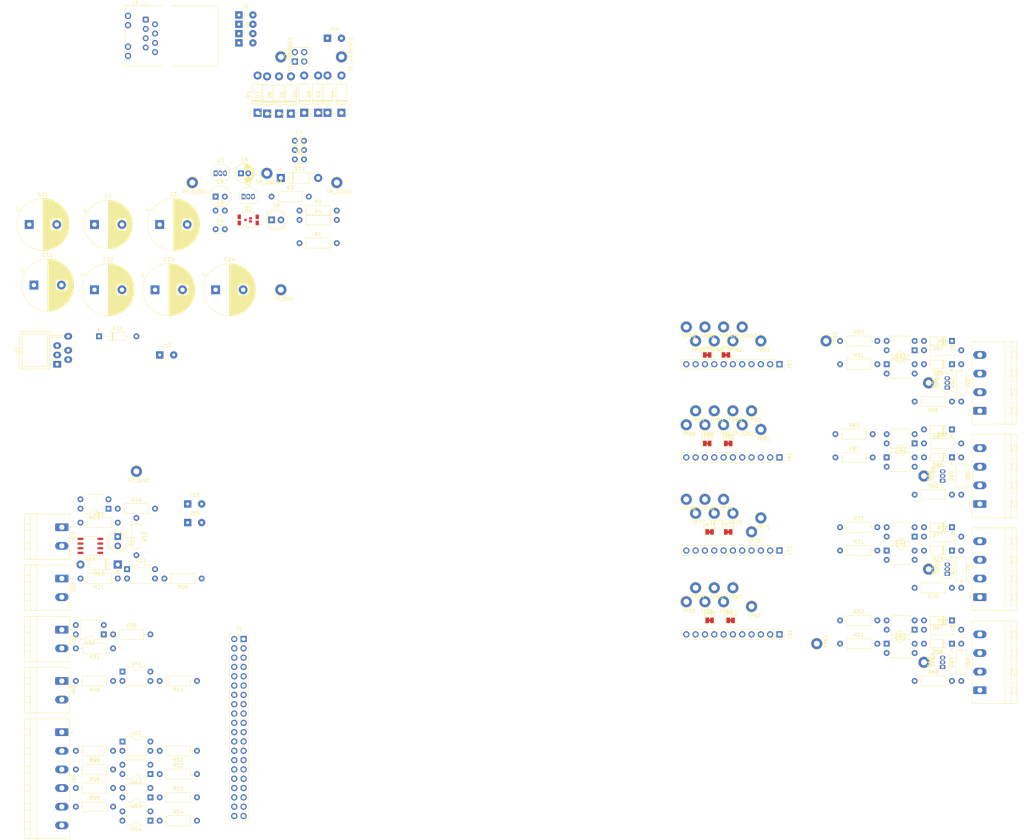
<source format=kicad_pcb>
(kicad_pcb (version 20171130) (host pcbnew 5.0.2+dfsg1-1~bpo9+1)
  (layers (0 F.Cu signal) (31 B.Cu signal) (34 B.Paste user) (35 F.Paste user) (36 B.SilkS user) (37 F.SilkS user) (38 B.Mask user) (39 F.Mask user) (44 Edge.Cuts user))
  (net 0 "")
  (net 1 +12V)
  (net 2 GND)
  (net 3 GNDA)
  (net 4 +12VA)
  (net 5 +5VA)
  (net 6 +3.3VA)
  (net 7 "Net-(C11-Pad1)")
  (net 8 +5V)
  (net 9 "Net-(D1-Pad1)")
  (net 10 "Net-(D1-Pad2)")
  (net 11 "Net-(D2-Pad2)")
  (net 12 "Net-(D5-Pad2)")
  (net 13 "Net-(D6-Pad2)")
  (net 14 "Net-(D9-Pad2)")
  (net 15 "Net-(D10-Pad2)")
  (net 16 "Net-(D11-Pad1)")
  (net 17 "Net-(D12-Pad2)")
  (net 18 "Net-(D66-Pad2)")
  (net 19 "Net-(D66-Pad1)")
  (net 20 "Net-(D67-Pad1)")
  (net 21 "Net-(D76-Pad1)")
  (net 22 "Net-(D76-Pad2)")
  (net 23 "Net-(D77-Pad1)")
  (net 24 "Net-(D86-Pad2)")
  (net 25 "Net-(D86-Pad1)")
  (net 26 "Net-(D87-Pad1)")
  (net 27 "Net-(D96-Pad1)")
  (net 28 "Net-(D96-Pad2)")
  (net 29 "Net-(D97-Pad1)")
  (net 30 +3V3)
  (net 31 "Net-(J1-Pad3)")
  (net 32 "Net-(J1-Pad5)")
  (net 33 BELL_BUTTON)
  (net 34 "Net-(J1-Pad8)")
  (net 35 "Net-(J1-Pad10)")
  (net 36 BELL_LED_R)
  (net 37 DOOR_CLOSER)
  (net 38 BELL_LED_G)
  (net 39 BELL_LED_B)
  (net 40 FB_STRIKE)
  (net 41 FB_MAGNET)
  (net 42 "Net-(J1-Pad19)")
  (net 43 "Net-(J1-Pad21)")
  (net 44 STRIKE)
  (net 45 "Net-(J1-Pad23)")
  (net 46 "Net-(J1-Pad24)")
  (net 47 "Net-(J1-Pad26)")
  (net 48 "Net-(J1-Pad27)")
  (net 49 "Net-(J1-Pad28)")
  (net 50 "Net-(J1-Pad29)")
  (net 51 "Net-(J1-Pad31)")
  (net 52 "Net-(J1-Pad32)")
  (net 53 "Net-(J1-Pad33)")
  (net 54 "Net-(J1-Pad35)")
  (net 55 "Net-(J1-Pad36)")
  (net 56 "Net-(J1-Pad37)")
  (net 57 "Net-(J1-Pad38)")
  (net 58 "Net-(J1-Pad40)")
  (net 59 /gr)
  (net 60 /gr-wh)
  (net 61 /or)
  (net 62 /or-wh)
  (net 63 "Net-(J20-Pad1)")
  (net 64 "Net-(J30-Pad1)")
  (net 65 "Net-(J30-Pad2)")
  (net 66 "Net-(J40-Pad1)")
  (net 67 /BELL)
  (net 68 /R)
  (net 69 /G)
  (net 70 /B)
  (net 71 "Net-(J60-Pad4)")
  (net 72 "Net-(J61-Pad11)")
  (net 73 "Net-(J61-Pad10)")
  (net 74 "Net-(J61-Pad9)")
  (net 75 "Net-(J61-Pad8)")
  (net 76 "Net-(J61-Pad7)")
  (net 77 "Net-(J61-Pad6)")
  (net 78 RX_USB0)
  (net 79 TX_USB0)
  (net 80 +3.3VP)
  (net 81 +5VP)
  (net 82 "Net-(J70-Pad4)")
  (net 83 "Net-(J71-Pad11)")
  (net 84 "Net-(J71-Pad10)")
  (net 85 "Net-(J71-Pad9)")
  (net 86 "Net-(J71-Pad8)")
  (net 87 "Net-(J71-Pad7)")
  (net 88 "Net-(J71-Pad6)")
  (net 89 RX_USB1)
  (net 90 TX_USB1)
  (net 91 "Net-(J80-Pad4)")
  (net 92 TX_USB2)
  (net 93 RX_USB2)
  (net 94 "Net-(J81-Pad6)")
  (net 95 "Net-(J81-Pad7)")
  (net 96 "Net-(J81-Pad8)")
  (net 97 "Net-(J81-Pad9)")
  (net 98 "Net-(J81-Pad10)")
  (net 99 "Net-(J81-Pad11)")
  (net 100 "Net-(J90-Pad4)")
  (net 101 TX_USB3)
  (net 102 RX_USB3)
  (net 103 "Net-(J91-Pad6)")
  (net 104 "Net-(J91-Pad7)")
  (net 105 "Net-(J91-Pad8)")
  (net 106 "Net-(J91-Pad9)")
  (net 107 "Net-(J91-Pad10)")
  (net 108 "Net-(J91-Pad11)")
  (net 109 "Net-(Q2-Pad3)")
  (net 110 "Net-(R11-Pad1)")
  (net 111 "Net-(R16-Pad1)")
  (net 112 "Net-(R21-Pad1)")
  (net 113 "Net-(R31-Pad1)")
  (net 114 "Net-(R36-Pad1)")
  (net 115 "Net-(R46-Pad1)")
  (net 116 "Net-(R52-Pad1)")
  (net 117 "Net-(R53-Pad1)")
  (net 118 "Net-(R54-Pad1)")
  (net 119 "Net-(R56-Pad1)")
  (net 120 "Net-(R57-Pad2)")
  (net 121 "Net-(R58-Pad2)")
  (net 122 "Net-(R59-Pad2)")
  (net 123 "Net-(R61-Pad2)")
  (net 124 "Net-(R71-Pad2)")
  (net 125 "Net-(R81-Pad2)")
  (net 126 "Net-(R91-Pad2)")
  (net 127 "Net-(U1-Pad5)")
  (module Connector_PinSocket_2.54mm:PinSocket_2x20_P2.54mm_Vertical (layer F.Cu) (at 76.2 138.43)
    (fp_text reference J1 (at -1.27 -2.77) (layer F.SilkS))
    (fp_text value "Raspberry Pi")
    (pad 40 thru_hole oval (at -2.54 48.26) (size 1.7 1.7) (drill 1) (layers *.Cu *.Mask) (net 58 "Net-(J1-Pad40)"))
    (pad 39 thru_hole oval (at 0 48.26) (size 1.7 1.7) (drill 1) (layers *.Cu *.Mask) (net 2 GND))
    (pad 38 thru_hole oval (at -2.54 45.72) (size 1.7 1.7) (drill 1) (layers *.Cu *.Mask) (net 57 "Net-(J1-Pad38)"))
    (pad 37 thru_hole oval (at 0 45.72) (size 1.7 1.7) (drill 1) (layers *.Cu *.Mask) (net 56 "Net-(J1-Pad37)"))
    (pad 36 thru_hole oval (at -2.54 43.18) (size 1.7 1.7) (drill 1) (layers *.Cu *.Mask) (net 55 "Net-(J1-Pad36)"))
    (pad 35 thru_hole oval (at 0 43.18) (size 1.7 1.7) (drill 1) (layers *.Cu *.Mask) (net 54 "Net-(J1-Pad35)"))
    (pad 34 thru_hole oval (at -2.54 40.64) (size 1.7 1.7) (drill 1) (layers *.Cu *.Mask) (net 2 GND))
    (pad 33 thru_hole oval (at 0 40.64) (size 1.7 1.7) (drill 1) (layers *.Cu *.Mask) (net 53 "Net-(J1-Pad33)"))
    (pad 32 thru_hole oval (at -2.54 38.1) (size 1.7 1.7) (drill 1) (layers *.Cu *.Mask) (net 52 "Net-(J1-Pad32)"))
    (pad 31 thru_hole oval (at 0 38.1) (size 1.7 1.7) (drill 1) (layers *.Cu *.Mask) (net 51 "Net-(J1-Pad31)"))
    (pad 30 thru_hole oval (at -2.54 35.56) (size 1.7 1.7) (drill 1) (layers *.Cu *.Mask) (net 2 GND))
    (pad 29 thru_hole oval (at 0 35.56) (size 1.7 1.7) (drill 1) (layers *.Cu *.Mask) (net 50 "Net-(J1-Pad29)"))
    (pad 28 thru_hole oval (at -2.54 33.02) (size 1.7 1.7) (drill 1) (layers *.Cu *.Mask) (net 49 "Net-(J1-Pad28)"))
    (pad 27 thru_hole oval (at 0 33.02) (size 1.7 1.7) (drill 1) (layers *.Cu *.Mask) (net 48 "Net-(J1-Pad27)"))
    (pad 26 thru_hole oval (at -2.54 30.48) (size 1.7 1.7) (drill 1) (layers *.Cu *.Mask) (net 47 "Net-(J1-Pad26)"))
    (pad 25 thru_hole oval (at 0 30.48) (size 1.7 1.7) (drill 1) (layers *.Cu *.Mask) (net 2 GND))
    (pad 24 thru_hole oval (at -2.54 27.94) (size 1.7 1.7) (drill 1) (layers *.Cu *.Mask) (net 46 "Net-(J1-Pad24)"))
    (pad 23 thru_hole oval (at 0 27.94) (size 1.7 1.7) (drill 1) (layers *.Cu *.Mask) (net 45 "Net-(J1-Pad23)"))
    (pad 22 thru_hole oval (at -2.54 25.4) (size 1.7 1.7) (drill 1) (layers *.Cu *.Mask) (net 44 STRIKE))
    (pad 21 thru_hole oval (at 0 25.4) (size 1.7 1.7) (drill 1) (layers *.Cu *.Mask) (net 43 "Net-(J1-Pad21)"))
    (pad 20 thru_hole oval (at -2.54 22.86) (size 1.7 1.7) (drill 1) (layers *.Cu *.Mask) (net 2 GND))
    (pad 19 thru_hole oval (at 0 22.86) (size 1.7 1.7) (drill 1) (layers *.Cu *.Mask) (net 42 "Net-(J1-Pad19)"))
    (pad 18 thru_hole oval (at -2.54 20.32) (size 1.7 1.7) (drill 1) (layers *.Cu *.Mask) (net 41 FB_MAGNET))
    (pad 17 thru_hole oval (at 0 20.32) (size 1.7 1.7) (drill 1) (layers *.Cu *.Mask) (net 30 +3V3))
    (pad 16 thru_hole oval (at -2.54 17.78) (size 1.7 1.7) (drill 1) (layers *.Cu *.Mask) (net 40 FB_STRIKE))
    (pad 15 thru_hole oval (at 0 17.78) (size 1.7 1.7) (drill 1) (layers *.Cu *.Mask) (net 39 BELL_LED_B))
    (pad 14 thru_hole oval (at -2.54 15.24) (size 1.7 1.7) (drill 1) (layers *.Cu *.Mask) (net 2 GND))
    (pad 13 thru_hole oval (at 0 15.24) (size 1.7 1.7) (drill 1) (layers *.Cu *.Mask) (net 38 BELL_LED_G))
    (pad 12 thru_hole oval (at -2.54 12.7) (size 1.7 1.7) (drill 1) (layers *.Cu *.Mask) (net 37 DOOR_CLOSER))
    (pad 11 thru_hole oval (at 0 12.7) (size 1.7 1.7) (drill 1) (layers *.Cu *.Mask) (net 36 BELL_LED_R))
    (pad 10 thru_hole oval (at -2.54 10.16) (size 1.7 1.7) (drill 1) (layers *.Cu *.Mask) (net 35 "Net-(J1-Pad10)"))
    (pad 9 thru_hole oval (at 0 10.16) (size 1.7 1.7) (drill 1) (layers *.Cu *.Mask) (net 2 GND))
    (pad 8 thru_hole oval (at -2.54 7.62) (size 1.7 1.7) (drill 1) (layers *.Cu *.Mask) (net 34 "Net-(J1-Pad8)"))
    (pad 7 thru_hole oval (at 0 7.62) (size 1.7 1.7) (drill 1) (layers *.Cu *.Mask) (net 33 BELL_BUTTON))
    (pad 6 thru_hole oval (at -2.54 5.08) (size 1.7 1.7) (drill 1) (layers *.Cu *.Mask) (net 2 GND))
    (pad 5 thru_hole oval (at 0 5.08) (size 1.7 1.7) (drill 1) (layers *.Cu *.Mask) (net 32 "Net-(J1-Pad5)"))
    (pad 4 thru_hole oval (at -2.54 2.54) (size 1.7 1.7) (drill 1) (layers *.Cu *.Mask) (net 8 +5V))
    (pad 3 thru_hole oval (at 0 2.54) (size 1.7 1.7) (drill 1) (layers *.Cu *.Mask) (net 31 "Net-(J1-Pad3)"))
    (pad 2 thru_hole oval (at -2.54 0) (size 1.7 1.7) (drill 1) (layers *.Cu *.Mask) (net 8 +5V))
    (pad 1 thru_hole rect (at 0 0) (size 1.7 1.7) (drill 1) (layers *.Cu *.Mask) (net 30 +3V3))
  )
  (module Capacitor_THT:CP_Radial_D13.0mm_P7.50mm (layer F.Cu) (at 35.56 25.4)
    (fp_text reference C1 (at 3.75 -7.75) (layer F.SilkS))
    (fp_text value 10µ)
    (pad 1 thru_hole rect (at 0 0) (size 2.4 2.4) (drill 1.2) (layers *.Cu *.Mask) (net 1 +12V))
    (pad 2 thru_hole circle (at 7.5 0) (size 2.4 2.4) (drill 1.2) (layers *.Cu *.Mask) (net 2 GND))
  )
  (module Capacitor_THT:C_Disc_D3.0mm_W2.0mm_P2.50mm (layer F.Cu) (at 90.17 5.08)
    (fp_text reference C2 (at 1.25 -2.25) (layer F.SilkS))
    (fp_text value 100n)
    (pad 1 thru_hole circle (at 0 0) (size 1.6 1.6) (drill 0.8) (layers *.Cu *.Mask) (net 1 +12V))
    (pad 2 thru_hole circle (at 2.5 0) (size 1.6 1.6) (drill 0.8) (layers *.Cu *.Mask) (net 2 GND))
  )
  (module Capacitor_THT:CP_Radial_D14.0mm_P7.50mm (layer F.Cu) (at 53.34 25.4)
    (fp_text reference C3 (at 3.75 -8.25) (layer F.SilkS))
    (fp_text value 10µ)
    (pad 2 thru_hole circle (at 7.5 0) (size 2.4 2.4) (drill 1.2) (layers *.Cu *.Mask) (net 3 GNDA))
    (pad 1 thru_hole rect (at 0 0) (size 2.4 2.4) (drill 1.2) (layers *.Cu *.Mask) (net 4 +12VA))
  )
  (module Capacitor_THT:C_Disc_D3.0mm_W2.0mm_P2.50mm (layer F.Cu) (at 68.58 26.67)
    (fp_text reference C4 (at 1.25 -2.25) (layer F.SilkS))
    (fp_text value 100n)
    (pad 2 thru_hole circle (at 2.5 0) (size 1.6 1.6) (drill 0.8) (layers *.Cu *.Mask) (net 3 GNDA))
    (pad 1 thru_hole circle (at 0 0) (size 1.6 1.6) (drill 0.8) (layers *.Cu *.Mask) (net 4 +12VA))
  )
  (module Capacitor_THT:C_Disc_D3.0mm_W2.0mm_P2.50mm (layer F.Cu) (at 90.17 7.62)
    (fp_text reference C5 (at 1.25 -2.25) (layer F.SilkS))
    (fp_text value 100n)
    (pad 1 thru_hole circle (at 0 0) (size 1.6 1.6) (drill 0.8) (layers *.Cu *.Mask) (net 5 +5VA))
    (pad 2 thru_hole circle (at 2.5 0) (size 1.6 1.6) (drill 0.8) (layers *.Cu *.Mask) (net 3 GNDA))
  )
  (module Capacitor_THT:CP_Radial_D5.0mm_P2.00mm (layer F.Cu) (at 75.47 11.43)
    (fp_text reference C6 (at 1 -3.75) (layer F.SilkS))
    (fp_text value 1µ)
    (pad 1 thru_hole rect (at 0 0) (size 1.6 1.6) (drill 0.8) (layers *.Cu *.Mask) (net 5 +5VA))
    (pad 2 thru_hole circle (at 2 0) (size 1.6 1.6) (drill 0.8) (layers *.Cu *.Mask) (net 3 GNDA))
  )
  (module Capacitor_THT:C_Disc_D3.0mm_W2.0mm_P2.50mm (layer F.Cu) (at 90.17 2.54)
    (fp_text reference C7 (at 1.25 -2.25) (layer F.SilkS))
    (fp_text value 100n)
    (pad 1 thru_hole circle (at 0 0) (size 1.6 1.6) (drill 0.8) (layers *.Cu *.Mask) (net 5 +5VA))
    (pad 2 thru_hole circle (at 2.5 0) (size 1.6 1.6) (drill 0.8) (layers *.Cu *.Mask) (net 3 GNDA))
  )
  (module Capacitor_THT:CP_Radial_Tantal_D5.5mm_P2.50mm (layer F.Cu) (at 68.58 17.78)
    (fp_text reference C8 (at 1.25 -4) (layer F.SilkS))
    (fp_text value 1µ)
    (pad 1 thru_hole rect (at 0 0) (size 1.6 1.6) (drill 0.8) (layers *.Cu *.Mask) (net 6 +3.3VA))
    (pad 2 thru_hole circle (at 2.5 0) (size 1.6 1.6) (drill 0.8) (layers *.Cu *.Mask) (net 3 GNDA))
  )
  (module Capacitor_THT:C_Disc_D3.0mm_W2.0mm_P2.50mm (layer F.Cu) (at 68.58 21.59)
    (fp_text reference C9 (at 1.25 -2.25) (layer F.SilkS))
    (fp_text value 100n)
    (pad 2 thru_hole circle (at 2.5 0) (size 1.6 1.6) (drill 0.8) (layers *.Cu *.Mask) (net 3 GNDA))
    (pad 1 thru_hole circle (at 0 0) (size 1.6 1.6) (drill 0.8) (layers *.Cu *.Mask) (net 6 +3.3VA))
  )
  (module Capacitor_THT:CP_Radial_D14.0mm_P7.50mm (layer F.Cu) (at 19.05 41.91)
    (fp_text reference C11 (at 3.75 -8.25) (layer F.SilkS))
    (fp_text value 10µ)
    (pad 1 thru_hole rect (at 0 0) (size 2.4 2.4) (drill 1.2) (layers *.Cu *.Mask) (net 7 "Net-(C11-Pad1)"))
    (pad 2 thru_hole circle (at 7.5 0) (size 2.4 2.4) (drill 1.2) (layers *.Cu *.Mask) (net 3 GNDA))
  )
  (module Capacitor_THT:CP_Radial_D14.0mm_P7.50mm (layer F.Cu) (at 17.78 25.4)
    (fp_text reference C21 (at 3.75 -8.25) (layer F.SilkS))
    (fp_text value 10µ)
    (pad 2 thru_hole circle (at 7.5 0) (size 2.4 2.4) (drill 1.2) (layers *.Cu *.Mask) (net 2 GND))
    (pad 1 thru_hole rect (at 0 0) (size 2.4 2.4) (drill 1.2) (layers *.Cu *.Mask) (net 1 +12V))
  )
  (module Capacitor_THT:CP_Radial_D14.0mm_P7.50mm (layer F.Cu) (at 35.56 43.18)
    (fp_text reference C22 (at 3.75 -8.25) (layer F.SilkS))
    (fp_text value 100n)
    (pad 1 thru_hole rect (at 0 0) (size 2.4 2.4) (drill 1.2) (layers *.Cu *.Mask) (net 1 +12V))
    (pad 2 thru_hole circle (at 7.5 0) (size 2.4 2.4) (drill 1.2) (layers *.Cu *.Mask) (net 2 GND))
  )
  (module Capacitor_THT:CP_Radial_D14.0mm_P7.50mm (layer F.Cu) (at 52.07 43.18)
    (fp_text reference C23 (at 3.75 -8.25) (layer F.SilkS))
    (fp_text value 10µ)
    (pad 1 thru_hole rect (at 0 0) (size 2.4 2.4) (drill 1.2) (layers *.Cu *.Mask) (net 8 +5V))
    (pad 2 thru_hole circle (at 7.5 0) (size 2.4 2.4) (drill 1.2) (layers *.Cu *.Mask) (net 2 GND))
  )
  (module Capacitor_THT:CP_Radial_D14.0mm_P7.50mm (layer F.Cu) (at 68.58 43.18)
    (fp_text reference C24 (at 3.75 -8.25) (layer F.SilkS))
    (fp_text value 100n)
    (pad 2 thru_hole circle (at 7.5 0) (size 2.4 2.4) (drill 1.2) (layers *.Cu *.Mask) (net 2 GND))
    (pad 1 thru_hole rect (at 0 0) (size 2.4 2.4) (drill 1.2) (layers *.Cu *.Mask) (net 8 +5V))
  )
  (module Diode_THT:D_DO-41_SOD81_P10.16mm_Horizontal (layer F.Cu) (at 80.01 -5.08 90)
    (fp_text reference D1 (at 5.08 -2.47 90) (layer F.SilkS))
    (fp_text value 1N4007)
    (fp_text user K (at 0 -2.1 90) (layer F.SilkS))
    (pad 1 thru_hole rect (at 0 0 90) (size 2.2 2.2) (drill 1.1) (layers *.Cu *.Mask) (net 9 "Net-(D1-Pad1)"))
    (pad 2 thru_hole oval (at 10.16 0 90) (size 2.2 2.2) (drill 1.1) (layers *.Cu *.Mask) (net 10 "Net-(D1-Pad2)"))
  )
  (module Diode_THT:D_DO-41_SOD81_P10.16mm_Horizontal (layer F.Cu) (at 99.06 -5.08 90)
    (fp_text reference D2 (at 5.08 -2.47 90) (layer F.SilkS))
    (fp_text value 1N4007)
    (fp_text user K (at 0 -2.1 90) (layer F.SilkS))
    (pad 2 thru_hole oval (at 10.16 0 90) (size 2.2 2.2) (drill 1.1) (layers *.Cu *.Mask) (net 11 "Net-(D2-Pad2)"))
    (pad 1 thru_hole rect (at 0 0 90) (size 2.2 2.2) (drill 1.1) (layers *.Cu *.Mask) (net 9 "Net-(D1-Pad1)"))
  )
  (module Diode_THT:D_DO-41_SOD81_P10.16mm_Horizontal (layer F.Cu) (at 96.52 -5.08 90)
    (fp_text reference D3 (at 5.08 -2.47 90) (layer F.SilkS))
    (fp_text value 1N4007)
    (fp_text user K (at 0 -2.1 90) (layer F.SilkS))
    (pad 1 thru_hole rect (at 0 0 90) (size 2.2 2.2) (drill 1.1) (layers *.Cu *.Mask) (net 10 "Net-(D1-Pad2)"))
    (pad 2 thru_hole oval (at 10.16 0 90) (size 2.2 2.2) (drill 1.1) (layers *.Cu *.Mask) (net 1 +12V))
  )
  (module Diode_THT:D_DO-41_SOD81_P10.16mm_Horizontal (layer F.Cu) (at 102.87 -5.08 90)
    (fp_text reference D4 (at 5.08 -2.47 90) (layer F.SilkS))
    (fp_text value 1N4007)
    (fp_text user K (at 0 -2.1 90) (layer F.SilkS))
    (pad 2 thru_hole oval (at 10.16 0 90) (size 2.2 2.2) (drill 1.1) (layers *.Cu *.Mask) (net 1 +12V))
    (pad 1 thru_hole rect (at 0 0 90) (size 2.2 2.2) (drill 1.1) (layers *.Cu *.Mask) (net 11 "Net-(D2-Pad2)"))
  )
  (module Diode_THT:D_DO-41_SOD81_P10.16mm_Horizontal (layer F.Cu) (at 92.71 -5.08 90)
    (fp_text reference D5 (at 5.08 -2.47 90) (layer F.SilkS))
    (fp_text value 1N4007)
    (fp_text user K (at 0 -2.1 90) (layer F.SilkS))
    (pad 2 thru_hole oval (at 10.16 0 90) (size 2.2 2.2) (drill 1.1) (layers *.Cu *.Mask) (net 12 "Net-(D5-Pad2)"))
    (pad 1 thru_hole rect (at 0 0 90) (size 2.2 2.2) (drill 1.1) (layers *.Cu *.Mask) (net 1 +12V))
  )
  (module Diode_THT:D_DO-41_SOD81_P10.16mm_Horizontal (layer F.Cu) (at 89.105001 -4.845001 90)
    (fp_text reference D6 (at 5.08 -2.47 90) (layer F.SilkS))
    (fp_text value 1N4007)
    (fp_text user K (at 0 -2.1 90) (layer F.SilkS))
    (pad 1 thru_hole rect (at 0 0 90) (size 2.2 2.2) (drill 1.1) (layers *.Cu *.Mask) (net 1 +12V))
    (pad 2 thru_hole oval (at 10.16 0 90) (size 2.2 2.2) (drill 1.1) (layers *.Cu *.Mask) (net 13 "Net-(D6-Pad2)"))
  )
  (module Diode_THT:D_DO-41_SOD81_P10.16mm_Horizontal (layer F.Cu) (at 82.605001 -4.845001 90)
    (fp_text reference D7 (at 5.08 -2.47 90) (layer F.SilkS))
    (fp_text value 1N4007)
    (fp_text user K (at 0 -2.1 90) (layer F.SilkS))
    (pad 1 thru_hole rect (at 0 0 90) (size 2.2 2.2) (drill 1.1) (layers *.Cu *.Mask) (net 12 "Net-(D5-Pad2)"))
    (pad 2 thru_hole oval (at 10.16 0 90) (size 2.2 2.2) (drill 1.1) (layers *.Cu *.Mask) (net 9 "Net-(D1-Pad1)"))
  )
  (module Diode_THT:D_DO-41_SOD81_P10.16mm_Horizontal (layer F.Cu) (at 85.855001 -4.845001 90)
    (fp_text reference D8 (at 5.08 -2.47 90) (layer F.SilkS))
    (fp_text value 1N4007)
    (fp_text user K (at 0 -2.1 90) (layer F.SilkS))
    (pad 1 thru_hole rect (at 0 0 90) (size 2.2 2.2) (drill 1.1) (layers *.Cu *.Mask) (net 13 "Net-(D6-Pad2)"))
    (pad 2 thru_hole oval (at 10.16 0 90) (size 2.2 2.2) (drill 1.1) (layers *.Cu *.Mask) (net 9 "Net-(D1-Pad1)"))
  )
  (module LED_THT:LED_D5.0mm (layer F.Cu) (at 83.82 24.13)
    (fp_text reference D9 (at 1.27 -3.96) (layer F.SilkS))
    (fp_text value LED)
    (pad 1 thru_hole rect (at 0 0) (size 1.8 1.8) (drill 0.9) (layers *.Cu *.Mask) (net 9 "Net-(D1-Pad1)"))
    (pad 2 thru_hole circle (at 2.54 0) (size 1.8 1.8) (drill 0.9) (layers *.Cu *.Mask) (net 14 "Net-(D9-Pad2)"))
  )
  (module Diode_THT:D_DO-35_SOD27_P10.16mm_Horizontal (layer F.Cu) (at 36.83 55.88)
    (fp_text reference D10 (at 5.08 -2.12) (layer F.SilkS))
    (fp_text value ZPD24)
    (fp_text user K (at 0 -1.8) (layer F.SilkS))
    (pad 1 thru_hole rect (at 0 0) (size 1.6 1.6) (drill 0.8) (layers *.Cu *.Mask) (net 1 +12V))
    (pad 2 thru_hole oval (at 10.16 0) (size 1.6 1.6) (drill 0.8) (layers *.Cu *.Mask) (net 15 "Net-(D10-Pad2)"))
  )
  (module LED_THT:LED_D5.0mm (layer F.Cu) (at 41.91 110.49 270)
    (fp_text reference D11 (at 1.27 -3.96 270) (layer F.SilkS))
    (fp_text value LED)
    (pad 2 thru_hole circle (at 2.54 0 270) (size 1.8 1.8) (drill 0.9) (layers *.Cu *.Mask) (net 7 "Net-(C11-Pad1)"))
    (pad 1 thru_hole rect (at 0 0 270) (size 1.8 1.8) (drill 0.9) (layers *.Cu *.Mask) (net 16 "Net-(D11-Pad1)"))
  )
  (module Diode_THT:D_DO-41_SOD81_P10.16mm_Horizontal (layer F.Cu) (at 41.91 118.11 180)
    (fp_text reference D12 (at 5.08 -2.47 180) (layer F.SilkS))
    (fp_text value 1N4007)
    (fp_text user K (at 0 -2.1 180) (layer F.SilkS))
    (pad 2 thru_hole oval (at 10.16 0 180) (size 2.2 2.2) (drill 1.1) (layers *.Cu *.Mask) (net 17 "Net-(D12-Pad2)"))
    (pad 1 thru_hole rect (at 0 0 180) (size 2.2 2.2) (drill 1.1) (layers *.Cu *.Mask) (net 7 "Net-(C11-Pad1)"))
  )
  (module Diode_THT:D_DO-41_SOD81_P10.16mm_Horizontal (layer F.Cu) (at 86.36 12.7)
    (fp_text reference D13 (at 5.08 -2.47) (layer F.SilkS))
    (fp_text value 1N4007)
    (fp_text user K (at 0 -2.1) (layer F.SilkS))
    (pad 2 thru_hole oval (at 10.16 0) (size 2.2 2.2) (drill 1.1) (layers *.Cu *.Mask) (net 4 +12VA))
    (pad 1 thru_hole rect (at 0 0) (size 2.2 2.2) (drill 1.1) (layers *.Cu *.Mask) (net 7 "Net-(C11-Pad1)"))
  )
  (module Diode_THT:D_DO-35_SOD27_P7.62mm_Horizontal (layer F.Cu) (at 269.24 139.7 180)
    (fp_text reference D66 (at 3.81 -2.12 180) (layer F.SilkS))
    (fp_text value 1N4148)
    (fp_text user K (at 0 -1.8 180) (layer F.SilkS))
    (pad 2 thru_hole oval (at 7.62 0 180) (size 1.6 1.6) (drill 0.8) (layers *.Cu *.Mask) (net 18 "Net-(D66-Pad2)"))
    (pad 1 thru_hole rect (at 0 0 180) (size 1.6 1.6) (drill 0.8) (layers *.Cu *.Mask) (net 19 "Net-(D66-Pad1)"))
  )
  (module Diode_THT:D_DO-35_SOD27_P7.62mm_Horizontal (layer F.Cu) (at 269.24 133.35 180)
    (fp_text reference D67 (at 3.81 -2.12 180) (layer F.SilkS))
    (fp_text value 1N4148)
    (fp_text user K (at 0 -1.8 180) (layer F.SilkS))
    (pad 1 thru_hole rect (at 0 0 180) (size 1.6 1.6) (drill 0.8) (layers *.Cu *.Mask) (net 20 "Net-(D67-Pad1)"))
    (pad 2 thru_hole oval (at 7.62 0 180) (size 1.6 1.6) (drill 0.8) (layers *.Cu *.Mask) (net 3 GNDA))
  )
  (module Diode_THT:D_DO-35_SOD27_P7.62mm_Horizontal (layer F.Cu) (at 269.24 114.3 180)
    (fp_text reference D76 (at 3.81 -2.12 180) (layer F.SilkS))
    (fp_text value 1N4148)
    (fp_text user K (at 0 -1.8 180) (layer F.SilkS))
    (pad 1 thru_hole rect (at 0 0 180) (size 1.6 1.6) (drill 0.8) (layers *.Cu *.Mask) (net 21 "Net-(D76-Pad1)"))
    (pad 2 thru_hole oval (at 7.62 0 180) (size 1.6 1.6) (drill 0.8) (layers *.Cu *.Mask) (net 22 "Net-(D76-Pad2)"))
  )
  (module Diode_THT:D_DO-35_SOD27_P7.62mm_Horizontal (layer F.Cu) (at 269.24 107.95 180)
    (fp_text reference D77 (at 3.81 -2.12 180) (layer F.SilkS))
    (fp_text value 1N4148)
    (fp_text user K (at 0 -1.8 180) (layer F.SilkS))
    (pad 2 thru_hole oval (at 7.62 0 180) (size 1.6 1.6) (drill 0.8) (layers *.Cu *.Mask) (net 3 GNDA))
    (pad 1 thru_hole rect (at 0 0 180) (size 1.6 1.6) (drill 0.8) (layers *.Cu *.Mask) (net 23 "Net-(D77-Pad1)"))
  )
  (module Diode_THT:D_DO-35_SOD27_P7.62mm_Horizontal (layer F.Cu) (at 269.24 88.9 180)
    (fp_text reference D86 (at 3.81 -2.12 180) (layer F.SilkS))
    (fp_text value 1N4148)
    (fp_text user K (at 0 -1.8 180) (layer F.SilkS))
    (pad 2 thru_hole oval (at 7.62 0 180) (size 1.6 1.6) (drill 0.8) (layers *.Cu *.Mask) (net 24 "Net-(D86-Pad2)"))
    (pad 1 thru_hole rect (at 0 0 180) (size 1.6 1.6) (drill 0.8) (layers *.Cu *.Mask) (net 25 "Net-(D86-Pad1)"))
  )
  (module Diode_THT:D_DO-35_SOD27_P7.62mm_Horizontal (layer F.Cu) (at 269.24 81.28 180)
    (fp_text reference D87 (at 3.81 -2.12 180) (layer F.SilkS))
    (fp_text value 1N4148)
    (fp_text user K (at 0 -1.8 180) (layer F.SilkS))
    (pad 1 thru_hole rect (at 0 0 180) (size 1.6 1.6) (drill 0.8) (layers *.Cu *.Mask) (net 26 "Net-(D87-Pad1)"))
    (pad 2 thru_hole oval (at 7.62 0 180) (size 1.6 1.6) (drill 0.8) (layers *.Cu *.Mask) (net 3 GNDA))
  )
  (module Diode_THT:D_DO-35_SOD27_P7.62mm_Horizontal (layer F.Cu) (at 269.24 63.5 180)
    (fp_text reference D96 (at 3.81 -2.12 180) (layer F.SilkS))
    (fp_text value 1N4148)
    (fp_text user K (at 0 -1.8 180) (layer F.SilkS))
    (pad 1 thru_hole rect (at 0 0 180) (size 1.6 1.6) (drill 0.8) (layers *.Cu *.Mask) (net 27 "Net-(D96-Pad1)"))
    (pad 2 thru_hole oval (at 7.62 0 180) (size 1.6 1.6) (drill 0.8) (layers *.Cu *.Mask) (net 28 "Net-(D96-Pad2)"))
  )
  (module Diode_THT:D_DO-35_SOD27_P7.62mm_Horizontal (layer F.Cu) (at 269.24 57.15 180)
    (fp_text reference D97 (at 3.81 -2.12 180) (layer F.SilkS))
    (fp_text value 1N4148)
    (fp_text user K (at 0 -1.8 180) (layer F.SilkS))
    (pad 2 thru_hole oval (at 7.62 0 180) (size 1.6 1.6) (drill 0.8) (layers *.Cu *.Mask) (net 3 GNDA))
    (pad 1 thru_hole rect (at 0 0 180) (size 1.6 1.6) (drill 0.8) (layers *.Cu *.Mask) (net 29 "Net-(D97-Pad1)"))
  )
  (module Connector_PinHeader_2.54mm:PinHeader_2x02_P2.54mm_Vertical (layer F.Cu) (at 90.17 -19.05 90)
    (fp_text reference J2 (at 1.27 -2.33 90) (layer F.SilkS))
    (fp_text value Conn_02x02_Odd_Even)
    (pad 1 thru_hole rect (at 0 0 90) (size 1.7 1.7) (drill 1) (layers *.Cu *.Mask) (net 10 "Net-(D1-Pad2)"))
    (pad 2 thru_hole oval (at 2.54 0 90) (size 1.7 1.7) (drill 1) (layers *.Cu *.Mask) (net 12 "Net-(D5-Pad2)"))
    (pad 3 thru_hole oval (at 0 2.54 90) (size 1.7 1.7) (drill 1) (layers *.Cu *.Mask) (net 11 "Net-(D2-Pad2)"))
    (pad 4 thru_hole oval (at 2.54 2.54 90) (size 1.7 1.7) (drill 1) (layers *.Cu *.Mask) (net 13 "Net-(D6-Pad2)"))
  )
  (module Connector_RJ:RJ45_Wuerth_7499010121A_Horizontal (layer F.Cu) (at 49.53 -30.48)
    (fp_text reference J3 (at -3 -4.5) (layer F.SilkS))
    (fp_text value "Cat7 from Server")
    (pad 12 thru_hole circle (at -4.83 9.91 90) (size 1.72 1.72) (drill 1.02) (layers *.Cu *.Mask))
    (pad 9 thru_hole circle (at -4.83 -1.02 90) (size 1.72 1.72) (drill 1.02) (layers *.Cu *.Mask))
    (pad 11 thru_hole circle (at -4.83 7.37 90) (size 1.72 1.72) (drill 1.02) (layers *.Cu *.Mask))
    (pad 10 thru_hole circle (at -4.83 1.52 90) (size 1.72 1.72) (drill 1.02) (layers *.Cu *.Mask))
    (pad "" np_thru_hole circle (at 5.84 12.345 90) (size 1.6 1.6) (drill 1.6) (layers *.Cu *.Mask))
    (pad "" np_thru_hole circle (at 5.84 -3.455 90) (size 1.6 1.6) (drill 1.6) (layers *.Cu *.Mask))
    (pad "" np_thru_hole circle (at 8.89 10.16 90) (size 3.25 3.25) (drill 3.25) (layers *.Cu *.Mask))
    (pad "" np_thru_hole circle (at 8.89 -1.27 90) (size 3.25 3.25) (drill 3.25) (layers *.Cu *.Mask))
    (pad 8 thru_hole circle (at 2.54 8.89 90) (size 1.6 1.6) (drill 0.9) (layers *.Cu *.Mask) (net 2 GND))
    (pad 7 thru_hole circle (at 0 7.62 90) (size 1.6 1.6) (drill 0.9) (layers *.Cu *.Mask) (net 2 GND))
    (pad 6 thru_hole circle (at 2.54 6.35 90) (size 1.6 1.6) (drill 0.9) (layers *.Cu *.Mask) (net 59 /gr))
    (pad 5 thru_hole circle (at 0 5.08 90) (size 1.6 1.6) (drill 0.9) (layers *.Cu *.Mask) (net 1 +12V))
    (pad 4 thru_hole circle (at 2.54 3.81 90) (size 1.6 1.6) (drill 0.9) (layers *.Cu *.Mask) (net 1 +12V))
    (pad 3 thru_hole circle (at 0 2.54 90) (size 1.6 1.6) (drill 0.9) (layers *.Cu *.Mask) (net 60 /gr-wh))
    (pad 2 thru_hole circle (at 2.54 1.27 90) (size 1.6 1.6) (drill 0.9) (layers *.Cu *.Mask) (net 61 /or))
    (pad 1 thru_hole roundrect (at 0 0 90) (size 1.6 1.6) (drill 0.9) (layers *.Cu *.Mask) (roundrect_rratio 0.155) (net 62 /or-wh))
  )
  (module Connector_Wire:SolderWirePad_1x02_P3.81mm_Drill0.8mm (layer F.Cu) (at 74.93 -31.75)
    (fp_text reference J6 (at 1.905 -2.5) (layer F.SilkS))
    (fp_text value " ")
    (pad 2 thru_hole circle (at 3.81 0) (size 1.99898 1.99898) (drill 0.8001) (layers *.Cu *.Mask))
    (pad 1 thru_hole rect (at 0 0) (size 1.99898 1.99898) (drill 0.8001) (layers *.Cu *.Mask) (net 62 /or-wh))
  )
  (module Connector_Wire:SolderWirePad_1x02_P3.81mm_Drill0.8mm (layer F.Cu) (at 74.93 -29.21)
    (fp_text reference J7 (at 1.905 -2.5) (layer F.SilkS))
    (fp_text value " ")
    (pad 1 thru_hole rect (at 0 0) (size 1.99898 1.99898) (drill 0.8001) (layers *.Cu *.Mask) (net 61 /or))
    (pad 2 thru_hole circle (at 3.81 0) (size 1.99898 1.99898) (drill 0.8001) (layers *.Cu *.Mask))
  )
  (module Connector_Wire:SolderWirePad_1x02_P3.81mm_Drill0.8mm (layer F.Cu) (at 74.93 -26.67)
    (fp_text reference J8 (at 1.905 -2.5) (layer F.SilkS))
    (fp_text value " ")
    (pad 2 thru_hole circle (at 3.81 0) (size 1.99898 1.99898) (drill 0.8001) (layers *.Cu *.Mask))
    (pad 1 thru_hole rect (at 0 0) (size 1.99898 1.99898) (drill 0.8001) (layers *.Cu *.Mask) (net 60 /gr-wh))
  )
  (module Connector_Wire:SolderWirePad_1x02_P3.81mm_Drill0.8mm (layer F.Cu) (at 74.93 -24.13)
    (fp_text reference J9 (at 1.905 -2.5) (layer F.SilkS))
    (fp_text value " ")
    (pad 1 thru_hole rect (at 0 0) (size 1.99898 1.99898) (drill 0.8001) (layers *.Cu *.Mask) (net 59 /gr))
    (pad 2 thru_hole circle (at 3.81 0) (size 1.99898 1.99898) (drill 0.8001) (layers *.Cu *.Mask))
  )
  (module Connector_Phoenix_MSTB:PhoenixContact_MSTBA_2,5_2-G-5,08_1x02_P5.08mm_Horizontal (layer F.Cu) (at 26.67 107.95 270)
    (fp_text reference J10 (at 2.54 -3.2 270) (layer F.SilkS))
    (fp_text value Screw_Terminal_01x02)
    (pad 1 thru_hole roundrect (at 0 0 270) (size 2.08 3.6) (drill 1.4) (layers *.Cu *.Mask) (roundrect_rratio 0.120192) (net 3 GNDA))
    (pad 2 thru_hole oval (at 5.08 0 270) (size 2.08 3.6) (drill 1.4) (layers *.Cu *.Mask) (net 17 "Net-(D12-Pad2)"))
  )
  (module Connector_Wire:SolderWirePad_1x02_P3.81mm_Drill0.8mm (layer F.Cu) (at 99.06 -25.4)
    (fp_text reference J14 (at 1.905 -2.5) (layer F.SilkS))
    (fp_text value " ")
    (pad 1 thru_hole rect (at 0 0) (size 1.99898 1.99898) (drill 0.8001) (layers *.Cu *.Mask) (net 1 +12V))
    (pad 2 thru_hole circle (at 3.81 0) (size 1.99898 1.99898) (drill 0.8001) (layers *.Cu *.Mask) (net 1 +12V))
  )
  (module Connector_Wire:SolderWirePad_1x02_P3.81mm_Drill0.8mm (layer F.Cu) (at 60.96 106.68)
    (fp_text reference J15 (at 1.905 -2.5) (layer F.SilkS))
    (fp_text value " ")
    (pad 2 thru_hole circle (at 3.81 0) (size 1.99898 1.99898) (drill 0.8001) (layers *.Cu *.Mask) (net 2 GND))
    (pad 1 thru_hole rect (at 0 0) (size 1.99898 1.99898) (drill 0.8001) (layers *.Cu *.Mask) (net 2 GND))
  )
  (module Connector_Wire:SolderWirePad_1x02_P3.81mm_Drill0.8mm (layer F.Cu) (at 53.34 60.96)
    (fp_text reference J17 (at 1.905 -2.5) (layer F.SilkS))
    (fp_text value " ")
    (pad 1 thru_hole rect (at 0 0) (size 1.99898 1.99898) (drill 0.8001) (layers *.Cu *.Mask) (net 8 +5V))
    (pad 2 thru_hole circle (at 3.81 0) (size 1.99898 1.99898) (drill 0.8001) (layers *.Cu *.Mask) (net 8 +5V))
  )
  (module Connector_Wire:SolderWirePad_1x02_P3.81mm_Drill0.8mm (layer F.Cu) (at 60.96 101.6)
    (fp_text reference J18 (at 1.905 -2.5) (layer F.SilkS))
    (fp_text value " ")
    (pad 2 thru_hole circle (at 3.81 0) (size 1.99898 1.99898) (drill 0.8001) (layers *.Cu *.Mask) (net 2 GND))
    (pad 1 thru_hole rect (at 0 0) (size 1.99898 1.99898) (drill 0.8001) (layers *.Cu *.Mask) (net 2 GND))
  )
  (module Connector_Phoenix_MSTB:PhoenixContact_MSTBA_2,5_2-G-5,08_1x02_P5.08mm_Horizontal (layer F.Cu) (at 26.67 121.92 270)
    (fp_text reference J20 (at 2.54 -3.2 270) (layer F.SilkS))
    (fp_text value Screw_Terminal_01x02)
    (pad 2 thru_hole oval (at 5.08 0 270) (size 2.08 3.6) (drill 1.4) (layers *.Cu *.Mask) (net 3 GNDA))
    (pad 1 thru_hole roundrect (at 0 0 270) (size 2.08 3.6) (drill 1.4) (layers *.Cu *.Mask) (roundrect_rratio 0.120192) (net 63 "Net-(J20-Pad1)"))
  )
  (module Connector_Phoenix_MSTB:PhoenixContact_MSTBA_2,5_2-G-5,08_1x02_P5.08mm_Horizontal (layer F.Cu) (at 26.67 135.89 270)
    (fp_text reference J30 (at 2.54 -3.2 270) (layer F.SilkS))
    (fp_text value Screw_Terminal_01x02)
    (pad 1 thru_hole roundrect (at 0 0 270) (size 2.08 3.6) (drill 1.4) (layers *.Cu *.Mask) (roundrect_rratio 0.120192) (net 64 "Net-(J30-Pad1)"))
    (pad 2 thru_hole oval (at 5.08 0 270) (size 2.08 3.6) (drill 1.4) (layers *.Cu *.Mask) (net 65 "Net-(J30-Pad2)"))
  )
  (module Connector_Phoenix_MSTB:PhoenixContact_MSTBA_2,5_2-G-5,08_1x02_P5.08mm_Horizontal (layer F.Cu) (at 26.67 149.86 270)
    (fp_text reference J40 (at 2.54 -3.2 270) (layer F.SilkS))
    (fp_text value Screw_Terminal_01x02)
    (pad 2 thru_hole oval (at 5.08 0 270) (size 2.08 3.6) (drill 1.4) (layers *.Cu *.Mask) (net 3 GNDA))
    (pad 1 thru_hole roundrect (at 0 0 270) (size 2.08 3.6) (drill 1.4) (layers *.Cu *.Mask) (roundrect_rratio 0.120192) (net 66 "Net-(J40-Pad1)"))
  )
  (module Connector_Phoenix_MSTB:PhoenixContact_MSTBA_2,5_6-G-5,08_1x06_P5.08mm_Horizontal (layer F.Cu) (at 26.67 163.83 270)
    (fp_text reference J50 (at 12.7 -3.2 270) (layer F.SilkS))
    (fp_text value Screw_Terminal_01x06)
    (pad 1 thru_hole roundrect (at 0 0 270) (size 2.08 3.6) (drill 1.4) (layers *.Cu *.Mask) (roundrect_rratio 0.120192) (net 3 GNDA))
    (pad 2 thru_hole oval (at 5.08 0 270) (size 2.08 3.6) (drill 1.4) (layers *.Cu *.Mask) (net 67 /BELL))
    (pad 3 thru_hole oval (at 10.16 0 270) (size 2.08 3.6) (drill 1.4) (layers *.Cu *.Mask) (net 68 /R))
    (pad 4 thru_hole oval (at 15.24 0 270) (size 2.08 3.6) (drill 1.4) (layers *.Cu *.Mask) (net 69 /G))
    (pad 5 thru_hole oval (at 20.32 0 270) (size 2.08 3.6) (drill 1.4) (layers *.Cu *.Mask) (net 70 /B))
    (pad 6 thru_hole oval (at 25.4 0 270) (size 2.08 3.6) (drill 1.4) (layers *.Cu *.Mask) (net 3 GNDA))
  )
  (module Connector_Phoenix_MSTB:PhoenixContact_MSTBA_2,5_4-G-5,08_1x04_P5.08mm_Horizontal (layer F.Cu) (at 276.86 152.4 90)
    (fp_text reference J60 (at 7.62 -3.2 90) (layer F.SilkS))
    (fp_text value Screw_Terminal_01x04)
    (pad 4 thru_hole oval (at 15.24 0 90) (size 2.08 3.6) (drill 1.4) (layers *.Cu *.Mask) (net 71 "Net-(J60-Pad4)"))
    (pad 3 thru_hole oval (at 10.16 0 90) (size 2.08 3.6) (drill 1.4) (layers *.Cu *.Mask) (net 19 "Net-(D66-Pad1)"))
    (pad 2 thru_hole oval (at 5.08 0 90) (size 2.08 3.6) (drill 1.4) (layers *.Cu *.Mask) (net 3 GNDA))
    (pad 1 thru_hole roundrect (at 0 0 90) (size 2.08 3.6) (drill 1.4) (layers *.Cu *.Mask) (roundrect_rratio 0.120192) (net 5 +5VA))
  )
  (module Connector_PinSocket_2.54mm:PinSocket_1x11_P2.54mm_Vertical (layer F.Cu) (at 222.25 137.16 270)
    (fp_text reference J61 (at 0 -2.77 270) (layer F.SilkS))
    (fp_text value FT4232_1)
    (pad 11 thru_hole oval (at 0 25.4 270) (size 1.7 1.7) (drill 1) (layers *.Cu *.Mask) (net 72 "Net-(J61-Pad11)"))
    (pad 10 thru_hole oval (at 0 22.86 270) (size 1.7 1.7) (drill 1) (layers *.Cu *.Mask) (net 73 "Net-(J61-Pad10)"))
    (pad 9 thru_hole oval (at 0 20.32 270) (size 1.7 1.7) (drill 1) (layers *.Cu *.Mask) (net 74 "Net-(J61-Pad9)"))
    (pad 8 thru_hole oval (at 0 17.78 270) (size 1.7 1.7) (drill 1) (layers *.Cu *.Mask) (net 75 "Net-(J61-Pad8)"))
    (pad 7 thru_hole oval (at 0 15.24 270) (size 1.7 1.7) (drill 1) (layers *.Cu *.Mask) (net 76 "Net-(J61-Pad7)"))
    (pad 6 thru_hole oval (at 0 12.7 270) (size 1.7 1.7) (drill 1) (layers *.Cu *.Mask) (net 77 "Net-(J61-Pad6)"))
    (pad 5 thru_hole oval (at 0 10.16 270) (size 1.7 1.7) (drill 1) (layers *.Cu *.Mask) (net 2 GND))
    (pad 4 thru_hole oval (at 0 7.62 270) (size 1.7 1.7) (drill 1) (layers *.Cu *.Mask) (net 78 RX_USB0))
    (pad 3 thru_hole oval (at 0 5.08 270) (size 1.7 1.7) (drill 1) (layers *.Cu *.Mask) (net 79 TX_USB0))
    (pad 2 thru_hole oval (at 0 2.54 270) (size 1.7 1.7) (drill 1) (layers *.Cu *.Mask) (net 80 +3.3VP))
    (pad 1 thru_hole rect (at 0 0 270) (size 1.7 1.7) (drill 1) (layers *.Cu *.Mask) (net 81 +5VP))
  )
  (module Connector_Phoenix_MSTB:PhoenixContact_MSTBA_2,5_4-G-5,08_1x04_P5.08mm_Horizontal (layer F.Cu) (at 276.86 127 90)
    (fp_text reference J70 (at 7.62 -3.2 90) (layer F.SilkS))
    (fp_text value Screw_Terminal_01x04)
    (pad 4 thru_hole oval (at 15.24 0 90) (size 2.08 3.6) (drill 1.4) (layers *.Cu *.Mask) (net 82 "Net-(J70-Pad4)"))
    (pad 3 thru_hole oval (at 10.16 0 90) (size 2.08 3.6) (drill 1.4) (layers *.Cu *.Mask) (net 21 "Net-(D76-Pad1)"))
    (pad 2 thru_hole oval (at 5.08 0 90) (size 2.08 3.6) (drill 1.4) (layers *.Cu *.Mask) (net 3 GNDA))
    (pad 1 thru_hole roundrect (at 0 0 90) (size 2.08 3.6) (drill 1.4) (layers *.Cu *.Mask) (roundrect_rratio 0.120192) (net 5 +5VA))
  )
  (module Connector_PinSocket_2.54mm:PinSocket_1x11_P2.54mm_Vertical (layer F.Cu) (at 222.25 114.3 270)
    (fp_text reference J71 (at 0 -2.77 270) (layer F.SilkS))
    (fp_text value FT4232_1)
    (pad 11 thru_hole oval (at 0 25.4 270) (size 1.7 1.7) (drill 1) (layers *.Cu *.Mask) (net 83 "Net-(J71-Pad11)"))
    (pad 10 thru_hole oval (at 0 22.86 270) (size 1.7 1.7) (drill 1) (layers *.Cu *.Mask) (net 84 "Net-(J71-Pad10)"))
    (pad 9 thru_hole oval (at 0 20.32 270) (size 1.7 1.7) (drill 1) (layers *.Cu *.Mask) (net 85 "Net-(J71-Pad9)"))
    (pad 8 thru_hole oval (at 0 17.78 270) (size 1.7 1.7) (drill 1) (layers *.Cu *.Mask) (net 86 "Net-(J71-Pad8)"))
    (pad 7 thru_hole oval (at 0 15.24 270) (size 1.7 1.7) (drill 1) (layers *.Cu *.Mask) (net 87 "Net-(J71-Pad7)"))
    (pad 6 thru_hole oval (at 0 12.7 270) (size 1.7 1.7) (drill 1) (layers *.Cu *.Mask) (net 88 "Net-(J71-Pad6)"))
    (pad 5 thru_hole oval (at 0 10.16 270) (size 1.7 1.7) (drill 1) (layers *.Cu *.Mask) (net 2 GND))
    (pad 4 thru_hole oval (at 0 7.62 270) (size 1.7 1.7) (drill 1) (layers *.Cu *.Mask) (net 89 RX_USB1))
    (pad 3 thru_hole oval (at 0 5.08 270) (size 1.7 1.7) (drill 1) (layers *.Cu *.Mask) (net 90 TX_USB1))
    (pad 2 thru_hole oval (at 0 2.54 270) (size 1.7 1.7) (drill 1) (layers *.Cu *.Mask) (net 80 +3.3VP))
    (pad 1 thru_hole rect (at 0 0 270) (size 1.7 1.7) (drill 1) (layers *.Cu *.Mask) (net 81 +5VP))
  )
  (module Connector_Phoenix_MSTB:PhoenixContact_MSTBA_2,5_4-G-5,08_1x04_P5.08mm_Horizontal (layer F.Cu) (at 276.86 101.6 90)
    (fp_text reference J80 (at 7.62 -3.2 90) (layer F.SilkS))
    (fp_text value Screw_Terminal_01x04)
    (pad 1 thru_hole roundrect (at 0 0 90) (size 2.08 3.6) (drill 1.4) (layers *.Cu *.Mask) (roundrect_rratio 0.120192) (net 5 +5VA))
    (pad 2 thru_hole oval (at 5.08 0 90) (size 2.08 3.6) (drill 1.4) (layers *.Cu *.Mask) (net 3 GNDA))
    (pad 3 thru_hole oval (at 10.16 0 90) (size 2.08 3.6) (drill 1.4) (layers *.Cu *.Mask) (net 25 "Net-(D86-Pad1)"))
    (pad 4 thru_hole oval (at 15.24 0 90) (size 2.08 3.6) (drill 1.4) (layers *.Cu *.Mask) (net 91 "Net-(J80-Pad4)"))
  )
  (module Connector_PinSocket_2.54mm:PinSocket_1x11_P2.54mm_Vertical (layer F.Cu) (at 222.25 88.9 270)
    (fp_text reference J81 (at 0 -2.77 270) (layer F.SilkS))
    (fp_text value FT4232_1)
    (pad 1 thru_hole rect (at 0 0 270) (size 1.7 1.7) (drill 1) (layers *.Cu *.Mask) (net 81 +5VP))
    (pad 2 thru_hole oval (at 0 2.54 270) (size 1.7 1.7) (drill 1) (layers *.Cu *.Mask) (net 80 +3.3VP))
    (pad 3 thru_hole oval (at 0 5.08 270) (size 1.7 1.7) (drill 1) (layers *.Cu *.Mask) (net 92 TX_USB2))
    (pad 4 thru_hole oval (at 0 7.62 270) (size 1.7 1.7) (drill 1) (layers *.Cu *.Mask) (net 93 RX_USB2))
    (pad 5 thru_hole oval (at 0 10.16 270) (size 1.7 1.7) (drill 1) (layers *.Cu *.Mask) (net 2 GND))
    (pad 6 thru_hole oval (at 0 12.7 270) (size 1.7 1.7) (drill 1) (layers *.Cu *.Mask) (net 94 "Net-(J81-Pad6)"))
    (pad 7 thru_hole oval (at 0 15.24 270) (size 1.7 1.7) (drill 1) (layers *.Cu *.Mask) (net 95 "Net-(J81-Pad7)"))
    (pad 8 thru_hole oval (at 0 17.78 270) (size 1.7 1.7) (drill 1) (layers *.Cu *.Mask) (net 96 "Net-(J81-Pad8)"))
    (pad 9 thru_hole oval (at 0 20.32 270) (size 1.7 1.7) (drill 1) (layers *.Cu *.Mask) (net 97 "Net-(J81-Pad9)"))
    (pad 10 thru_hole oval (at 0 22.86 270) (size 1.7 1.7) (drill 1) (layers *.Cu *.Mask) (net 98 "Net-(J81-Pad10)"))
    (pad 11 thru_hole oval (at 0 25.4 270) (size 1.7 1.7) (drill 1) (layers *.Cu *.Mask) (net 99 "Net-(J81-Pad11)"))
  )
  (module Connector_Phoenix_MSTB:PhoenixContact_MSTBA_2,5_4-G-5,08_1x04_P5.08mm_Horizontal (layer F.Cu) (at 276.86 76.2 90)
    (fp_text reference J90 (at 7.62 -3.2 90) (layer F.SilkS))
    (fp_text value Screw_Terminal_01x04)
    (pad 1 thru_hole roundrect (at 0 0 90) (size 2.08 3.6) (drill 1.4) (layers *.Cu *.Mask) (roundrect_rratio 0.120192) (net 5 +5VA))
    (pad 2 thru_hole oval (at 5.08 0 90) (size 2.08 3.6) (drill 1.4) (layers *.Cu *.Mask) (net 3 GNDA))
    (pad 3 thru_hole oval (at 10.16 0 90) (size 2.08 3.6) (drill 1.4) (layers *.Cu *.Mask) (net 27 "Net-(D96-Pad1)"))
    (pad 4 thru_hole oval (at 15.24 0 90) (size 2.08 3.6) (drill 1.4) (layers *.Cu *.Mask) (net 100 "Net-(J90-Pad4)"))
  )
  (module Connector_PinSocket_2.54mm:PinSocket_1x11_P2.54mm_Vertical (layer F.Cu) (at 222.25 63.5 270)
    (fp_text reference J91 (at 0 -2.77 270) (layer F.SilkS))
    (fp_text value FT4232_1)
    (pad 1 thru_hole rect (at 0 0 270) (size 1.7 1.7) (drill 1) (layers *.Cu *.Mask) (net 81 +5VP))
    (pad 2 thru_hole oval (at 0 2.54 270) (size 1.7 1.7) (drill 1) (layers *.Cu *.Mask) (net 80 +3.3VP))
    (pad 3 thru_hole oval (at 0 5.08 270) (size 1.7 1.7) (drill 1) (layers *.Cu *.Mask) (net 101 TX_USB3))
    (pad 4 thru_hole oval (at 0 7.62 270) (size 1.7 1.7) (drill 1) (layers *.Cu *.Mask) (net 102 RX_USB3))
    (pad 5 thru_hole oval (at 0 10.16 270) (size 1.7 1.7) (drill 1) (layers *.Cu *.Mask) (net 2 GND))
    (pad 6 thru_hole oval (at 0 12.7 270) (size 1.7 1.7) (drill 1) (layers *.Cu *.Mask) (net 103 "Net-(J91-Pad6)"))
    (pad 7 thru_hole oval (at 0 15.24 270) (size 1.7 1.7) (drill 1) (layers *.Cu *.Mask) (net 104 "Net-(J91-Pad7)"))
    (pad 8 thru_hole oval (at 0 17.78 270) (size 1.7 1.7) (drill 1) (layers *.Cu *.Mask) (net 105 "Net-(J91-Pad8)"))
    (pad 9 thru_hole oval (at 0 20.32 270) (size 1.7 1.7) (drill 1) (layers *.Cu *.Mask) (net 106 "Net-(J91-Pad9)"))
    (pad 10 thru_hole oval (at 0 22.86 270) (size 1.7 1.7) (drill 1) (layers *.Cu *.Mask) (net 107 "Net-(J91-Pad10)"))
    (pad 11 thru_hole oval (at 0 25.4 270) (size 1.7 1.7) (drill 1) (layers *.Cu *.Mask) (net 108 "Net-(J91-Pad11)"))
  )
  (module Jumper:SolderJumper-2_P1.3mm_Bridged_Pad1.0x1.5mm (layer F.Cu) (at 203.2 133.35)
    (fp_text reference JP61 (at 0 -1.8) (layer F.SilkS))
    (fp_text value SolderJumper_2_Bridged)
    (pad 2 smd rect (at 0.65 0) (size 1 1.5) (layers F.Cu F.Mask) (net 75 "Net-(J61-Pad8)"))
    (pad 1 smd custom (at -0.65 0) (size 1 1.5) (layers F.Cu F.Mask) (net 74 "Net-(J61-Pad9)") (options (clearance outline) (anchor rect)) (primitives (gr_poly (pts (xy 0.4 -0.3) (xy 0.9 -0.3) (xy 0.9 0.3) (xy 0.4 0.3)) (width 0))))
  )
  (module Jumper:SolderJumper-2_P1.3mm_Bridged_Pad1.0x1.5mm (layer F.Cu) (at 208.93 133.35)
    (fp_text reference JP62 (at 0 -1.8) (layer F.SilkS))
    (fp_text value SolderJumper_2_Bridged)
    (pad 1 smd custom (at -0.65 0) (size 1 1.5) (layers F.Cu F.Mask) (net 76 "Net-(J61-Pad7)") (options (clearance outline) (anchor rect)) (primitives (gr_poly (pts (xy 0.4 -0.3) (xy 0.9 -0.3) (xy 0.9 0.3) (xy 0.4 0.3)) (width 0))))
    (pad 2 smd rect (at 0.65 0) (size 1 1.5) (layers F.Cu F.Mask) (net 77 "Net-(J61-Pad6)"))
  )
  (module Jumper:SolderJumper-2_P1.3mm_Bridged_Pad1.0x1.5mm (layer F.Cu) (at 203.2 109.22)
    (fp_text reference JP71 (at 0 -1.8) (layer F.SilkS))
    (fp_text value SolderJumper_2_Bridged)
    (pad 2 smd rect (at 0.65 0) (size 1 1.5) (layers F.Cu F.Mask) (net 86 "Net-(J71-Pad8)"))
    (pad 1 smd custom (at -0.65 0) (size 1 1.5) (layers F.Cu F.Mask) (net 85 "Net-(J71-Pad9)") (options (clearance outline) (anchor rect)) (primitives (gr_poly (pts (xy 0.4 -0.3) (xy 0.9 -0.3) (xy 0.9 0.3) (xy 0.4 0.3)) (width 0))))
  )
  (module Jumper:SolderJumper-2_P1.3mm_Bridged_Pad1.0x1.5mm (layer F.Cu) (at 208.28 109.22)
    (fp_text reference JP72 (at 0 -1.8) (layer F.SilkS))
    (fp_text value SolderJumper_2_Bridged)
    (pad 1 smd custom (at -0.65 0) (size 1 1.5) (layers F.Cu F.Mask) (net 87 "Net-(J71-Pad7)") (options (clearance outline) (anchor rect)) (primitives (gr_poly (pts (xy 0.4 -0.3) (xy 0.9 -0.3) (xy 0.9 0.3) (xy 0.4 0.3)) (width 0))))
    (pad 2 smd rect (at 0.65 0) (size 1 1.5) (layers F.Cu F.Mask) (net 88 "Net-(J71-Pad6)"))
  )
  (module Jumper:SolderJumper-2_P1.3mm_Bridged_Pad1.0x1.5mm (layer F.Cu) (at 202.55 85.09)
    (fp_text reference JP81 (at 0 -1.8) (layer F.SilkS))
    (fp_text value SolderJumper_2_Bridged)
    (pad 1 smd custom (at -0.65 0) (size 1 1.5) (layers F.Cu F.Mask) (net 97 "Net-(J81-Pad9)") (options (clearance outline) (anchor rect)) (primitives (gr_poly (pts (xy 0.4 -0.3) (xy 0.9 -0.3) (xy 0.9 0.3) (xy 0.4 0.3)) (width 0))))
    (pad 2 smd rect (at 0.65 0) (size 1 1.5) (layers F.Cu F.Mask) (net 96 "Net-(J81-Pad8)"))
  )
  (module Jumper:SolderJumper-2_P1.3mm_Bridged_Pad1.0x1.5mm (layer F.Cu) (at 208.28 85.09)
    (fp_text reference JP82 (at 0 -1.8) (layer F.SilkS))
    (fp_text value SolderJumper_2_Bridged)
    (pad 2 smd rect (at 0.65 0) (size 1 1.5) (layers F.Cu F.Mask) (net 94 "Net-(J81-Pad6)"))
    (pad 1 smd custom (at -0.65 0) (size 1 1.5) (layers F.Cu F.Mask) (net 95 "Net-(J81-Pad7)") (options (clearance outline) (anchor rect)) (primitives (gr_poly (pts (xy 0.4 -0.3) (xy 0.9 -0.3) (xy 0.9 0.3) (xy 0.4 0.3)) (width 0))))
  )
  (module Jumper:SolderJumper-2_P1.3mm_Bridged_Pad1.0x1.5mm (layer F.Cu) (at 202.55 60.96)
    (fp_text reference JP91 (at 0 -1.8) (layer F.SilkS))
    (fp_text value SolderJumper_2_Bridged)
    (pad 1 smd custom (at -0.65 0) (size 1 1.5) (layers F.Cu F.Mask) (net 106 "Net-(J91-Pad9)") (options (clearance outline) (anchor rect)) (primitives (gr_poly (pts (xy 0.4 -0.3) (xy 0.9 -0.3) (xy 0.9 0.3) (xy 0.4 0.3)) (width 0))))
    (pad 2 smd rect (at 0.65 0) (size 1 1.5) (layers F.Cu F.Mask) (net 105 "Net-(J91-Pad8)"))
  )
  (module Jumper:SolderJumper-2_P1.3mm_Bridged_Pad1.0x1.5mm (layer F.Cu) (at 207.66 60.96)
    (fp_text reference JP92 (at 0 -1.8) (layer F.SilkS))
    (fp_text value SolderJumper_2_Bridged)
    (pad 2 smd rect (at 0.65 0) (size 1 1.5) (layers F.Cu F.Mask) (net 103 "Net-(J91-Pad6)"))
    (pad 1 smd custom (at -0.65 0) (size 1 1.5) (layers F.Cu F.Mask) (net 104 "Net-(J91-Pad7)") (options (clearance outline) (anchor rect)) (primitives (gr_poly (pts (xy 0.4 -0.3) (xy 0.9 -0.3) (xy 0.9 0.3) (xy 0.4 0.3)) (width 0))))
  )
  (module Package_DirectFET:DirectFET_ST (layer F.Cu) (at 77.47 24.13)
    (fp_text reference Q2 (at 0 -3) (layer F.SilkS))
    (fp_text value IRF6614)
    (pad 2 smd rect (at -0.76 0) (size 0.65 0.65) (layers F.Cu F.Paste F.Mask) (net 14 "Net-(D9-Pad2)"))
    (pad 3 smd rect (at 0.63 -0.415) (size 0.82 0.6) (layers F.Cu F.Paste F.Mask) (net 109 "Net-(Q2-Pad3)"))
    (pad 3 smd rect (at 0.63 0.415) (size 0.82 0.6) (layers F.Cu F.Paste F.Mask) (net 109 "Net-(Q2-Pad3)"))
    (pad 1 smd rect (at -2.45 -0.825) (size 0.9 1.25) (layers F.Cu F.Paste F.Mask) (net 2 GND))
    (pad 1 smd rect (at -2.45 0.825) (size 0.9 1.25) (layers F.Cu F.Paste F.Mask) (net 2 GND))
    (pad 1 smd rect (at 2.45 -0.825) (size 0.9 1.25) (layers F.Cu F.Paste F.Mask) (net 2 GND))
    (pad 1 smd rect (at 2.45 0.825) (size 0.9 1.25) (layers F.Cu F.Paste F.Mask) (net 2 GND))
  )
  (module Package_SO:SOIC-8_3.9x4.9mm_P1.27mm (layer F.Cu) (at 34.45 113.03 180)
    (fp_text reference Q11 (at 0 -3.5 180) (layer F.SilkS))
    (fp_text value IRF7404)
    (pad 1 smd rect (at -2.7 -1.905 180) (size 1.55 0.6) (layers F.Cu F.Paste F.Mask) (net 7 "Net-(C11-Pad1)"))
    (pad 2 smd rect (at -2.7 -0.635 180) (size 1.55 0.6) (layers F.Cu F.Paste F.Mask) (net 7 "Net-(C11-Pad1)"))
    (pad 3 smd rect (at -2.7 0.635 180) (size 1.55 0.6) (layers F.Cu F.Paste F.Mask) (net 7 "Net-(C11-Pad1)"))
    (pad 4 smd rect (at -2.7 1.905 180) (size 1.55 0.6) (layers F.Cu F.Paste F.Mask) (net 16 "Net-(D11-Pad1)"))
    (pad 5 smd rect (at 2.7 1.905 180) (size 1.55 0.6) (layers F.Cu F.Paste F.Mask) (net 17 "Net-(D12-Pad2)"))
    (pad 6 smd rect (at 2.7 0.635 180) (size 1.55 0.6) (layers F.Cu F.Paste F.Mask) (net 17 "Net-(D12-Pad2)"))
    (pad 7 smd rect (at 2.7 -0.635 180) (size 1.55 0.6) (layers F.Cu F.Paste F.Mask) (net 17 "Net-(D12-Pad2)"))
    (pad 8 smd rect (at 2.7 -1.905 180) (size 1.55 0.6) (layers F.Cu F.Paste F.Mask) (net 17 "Net-(D12-Pad2)"))
  )
  (module Package_TO_SOT_THT:TO-92_Inline (layer F.Cu) (at 266.7 146.05 90)
    (fp_text reference Q66 (at 1.27 -3.56 90) (layer F.SilkS))
    (fp_text value BC557)
    (pad 2 thru_hole oval (at 1.27 0 90) (size 1.05 1.5) (drill 0.75) (layers *.Cu *.Mask) (net 18 "Net-(D66-Pad2)"))
    (pad 3 thru_hole oval (at 2.54 0 90) (size 1.05 1.5) (drill 0.75) (layers *.Cu *.Mask) (net 19 "Net-(D66-Pad1)"))
    (pad 1 thru_hole rect (at 0 0 90) (size 1.05 1.5) (drill 0.75) (layers *.Cu *.Mask) (net 3 GNDA))
  )
  (module Package_TO_SOT_THT:TO-92_Inline (layer F.Cu) (at 267.97 120.65 90)
    (fp_text reference Q76 (at 1.27 -3.56 90) (layer F.SilkS))
    (fp_text value BC557)
    (pad 1 thru_hole rect (at 0 0 90) (size 1.05 1.5) (drill 0.75) (layers *.Cu *.Mask) (net 3 GNDA))
    (pad 3 thru_hole oval (at 2.54 0 90) (size 1.05 1.5) (drill 0.75) (layers *.Cu *.Mask) (net 21 "Net-(D76-Pad1)"))
    (pad 2 thru_hole oval (at 1.27 0 90) (size 1.05 1.5) (drill 0.75) (layers *.Cu *.Mask) (net 22 "Net-(D76-Pad2)"))
  )
  (module Package_TO_SOT_THT:TO-92_Inline (layer F.Cu) (at 266.7 95.25 90)
    (fp_text reference Q86 (at 1.27 -3.56 90) (layer F.SilkS))
    (fp_text value BC557)
    (pad 2 thru_hole oval (at 1.27 0 90) (size 1.05 1.5) (drill 0.75) (layers *.Cu *.Mask) (net 24 "Net-(D86-Pad2)"))
    (pad 3 thru_hole oval (at 2.54 0 90) (size 1.05 1.5) (drill 0.75) (layers *.Cu *.Mask) (net 25 "Net-(D86-Pad1)"))
    (pad 1 thru_hole rect (at 0 0 90) (size 1.05 1.5) (drill 0.75) (layers *.Cu *.Mask) (net 3 GNDA))
  )
  (module Package_TO_SOT_THT:TO-92_Inline (layer F.Cu) (at 267.97 69.85 90)
    (fp_text reference Q96 (at 1.27 -3.56 90) (layer F.SilkS))
    (fp_text value BC557)
    (pad 1 thru_hole rect (at 0 0 90) (size 1.05 1.5) (drill 0.75) (layers *.Cu *.Mask) (net 3 GNDA))
    (pad 3 thru_hole oval (at 2.54 0 90) (size 1.05 1.5) (drill 0.75) (layers *.Cu *.Mask) (net 27 "Net-(D96-Pad1)"))
    (pad 2 thru_hole oval (at 1.27 0 90) (size 1.05 1.5) (drill 0.75) (layers *.Cu *.Mask) (net 28 "Net-(D96-Pad2)"))
  )
  (module Resistor_THT:R_Axial_DIN0207_L6.3mm_D2.5mm_P10.16mm_Horizontal (layer F.Cu) (at 91.44 30.48)
    (fp_text reference R1 (at 5.08 -2.37) (layer F.SilkS))
    (fp_text value 25k)
    (pad 2 thru_hole oval (at 10.16 0) (size 1.6 1.6) (drill 0.8) (layers *.Cu *.Mask) (net 1 +12V))
    (pad 1 thru_hole circle (at 0 0) (size 1.6 1.6) (drill 0.8) (layers *.Cu *.Mask) (net 9 "Net-(D1-Pad1)"))
  )
  (module Resistor_THT:R_Axial_DIN0207_L6.3mm_D2.5mm_P10.16mm_Horizontal (layer F.Cu) (at 91.44 21.59)
    (fp_text reference R2 (at 5.08 -2.37) (layer F.SilkS))
    (fp_text value 2k2)
    (pad 1 thru_hole circle (at 0 0) (size 1.6 1.6) (drill 0.8) (layers *.Cu *.Mask) (net 9 "Net-(D1-Pad1)"))
    (pad 2 thru_hole oval (at 10.16 0) (size 1.6 1.6) (drill 0.8) (layers *.Cu *.Mask) (net 14 "Net-(D9-Pad2)"))
  )
  (module Resistor_THT:R_Axial_DIN0207_L6.3mm_D2.5mm_P10.16mm_Horizontal (layer F.Cu) (at 83.82 17.78)
    (fp_text reference R3 (at 5.08 -2.37) (layer F.SilkS))
    (fp_text value 2R2)
    (pad 2 thru_hole oval (at 10.16 0) (size 1.6 1.6) (drill 0.8) (layers *.Cu *.Mask) (net 109 "Net-(Q2-Pad3)"))
    (pad 1 thru_hole circle (at 0 0) (size 1.6 1.6) (drill 0.8) (layers *.Cu *.Mask) (net 9 "Net-(D1-Pad1)"))
  )
  (module Resistor_THT:R_Axial_DIN0207_L6.3mm_D2.5mm_P10.16mm_Horizontal (layer F.Cu) (at 91.44 24.13)
    (fp_text reference R4 (at 5.08 -2.37) (layer F.SilkS))
    (fp_text value 10k)
    (pad 1 thru_hole circle (at 0 0) (size 1.6 1.6) (drill 0.8) (layers *.Cu *.Mask) (net 14 "Net-(D9-Pad2)"))
    (pad 2 thru_hole oval (at 10.16 0) (size 1.6 1.6) (drill 0.8) (layers *.Cu *.Mask) (net 15 "Net-(D10-Pad2)"))
  )
  (module Resistor_THT:R_Axial_DIN0207_L6.3mm_D2.5mm_P10.16mm_Horizontal (layer F.Cu) (at 31.75 106.68)
    (fp_text reference R11 (at 5.08 -2.37) (layer F.SilkS))
    (fp_text value 10k)
    (pad 1 thru_hole circle (at 0 0) (size 1.6 1.6) (drill 0.8) (layers *.Cu *.Mask) (net 110 "Net-(R11-Pad1)"))
    (pad 2 thru_hole oval (at 10.16 0) (size 1.6 1.6) (drill 0.8) (layers *.Cu *.Mask) (net 16 "Net-(D11-Pad1)"))
  )
  (module Resistor_THT:R_Axial_DIN0207_L6.3mm_D2.5mm_P10.16mm_Horizontal (layer F.Cu) (at 46.99 105.41 270)
    (fp_text reference R12 (at 5.08 -2.37 270) (layer F.SilkS))
    (fp_text value 2k2)
    (pad 1 thru_hole circle (at 0 0 270) (size 1.6 1.6) (drill 0.8) (layers *.Cu *.Mask) (net 16 "Net-(D11-Pad1)"))
    (pad 2 thru_hole oval (at 10.16 0 270) (size 1.6 1.6) (drill 0.8) (layers *.Cu *.Mask) (net 7 "Net-(C11-Pad1)"))
  )
  (module Resistor_THT:R_Axial_DIN0207_L6.3mm_D2.5mm_P10.16mm_Horizontal (layer F.Cu) (at 41.91 102.87)
    (fp_text reference R16 (at 5.08 -2.37) (layer F.SilkS))
    (fp_text value 330)
    (pad 2 thru_hole oval (at 10.16 0) (size 1.6 1.6) (drill 0.8) (layers *.Cu *.Mask) (net 44 STRIKE))
    (pad 1 thru_hole circle (at 0 0) (size 1.6 1.6) (drill 0.8) (layers *.Cu *.Mask) (net 111 "Net-(R16-Pad1)"))
  )
  (module Resistor_THT:R_Axial_DIN0207_L6.3mm_D2.5mm_P10.16mm_Horizontal (layer F.Cu) (at 41.91 121.92 180)
    (fp_text reference R21 (at 5.08 -2.37 180) (layer F.SilkS))
    (fp_text value 470)
    (pad 1 thru_hole circle (at 0 0 180) (size 1.6 1.6) (drill 0.8) (layers *.Cu *.Mask) (net 112 "Net-(R21-Pad1)"))
    (pad 2 thru_hole oval (at 10.16 0 180) (size 1.6 1.6) (drill 0.8) (layers *.Cu *.Mask) (net 63 "Net-(J20-Pad1)"))
  )
  (module Resistor_THT:R_Axial_DIN0207_L6.3mm_D2.5mm_P10.16mm_Horizontal (layer F.Cu) (at 64.77 121.92 180)
    (fp_text reference R26 (at 5.08 -2.37 180) (layer F.SilkS))
    (fp_text value 3k3)
    (pad 1 thru_hole circle (at 0 0 180) (size 1.6 1.6) (drill 0.8) (layers *.Cu *.Mask) (net 2 GND))
    (pad 2 thru_hole oval (at 10.16 0 180) (size 1.6 1.6) (drill 0.8) (layers *.Cu *.Mask) (net 40 FB_STRIKE))
  )
  (module Resistor_THT:R_Axial_DIN0207_L6.3mm_D2.5mm_P10.16mm_Horizontal (layer F.Cu) (at 40.64 140.97 180)
    (fp_text reference R31 (at 5.08 -2.37 180) (layer F.SilkS))
    (fp_text value 33)
    (pad 2 thru_hole oval (at 10.16 0 180) (size 1.6 1.6) (drill 0.8) (layers *.Cu *.Mask) (net 65 "Net-(J30-Pad2)"))
    (pad 1 thru_hole circle (at 0 0 180) (size 1.6 1.6) (drill 0.8) (layers *.Cu *.Mask) (net 113 "Net-(R31-Pad1)"))
  )
  (module Resistor_THT:R_Axial_DIN0207_L6.3mm_D2.5mm_P10.16mm_Horizontal (layer F.Cu) (at 40.64 137.16)
    (fp_text reference R36 (at 5.08 -2.37) (layer F.SilkS))
    (fp_text value 330)
    (pad 1 thru_hole circle (at 0 0) (size 1.6 1.6) (drill 0.8) (layers *.Cu *.Mask) (net 114 "Net-(R36-Pad1)"))
    (pad 2 thru_hole oval (at 10.16 0) (size 1.6 1.6) (drill 0.8) (layers *.Cu *.Mask) (net 37 DOOR_CLOSER))
  )
  (module Resistor_THT:R_Axial_DIN0207_L6.3mm_D2.5mm_P10.16mm_Horizontal (layer F.Cu) (at 63.5 149.86 180)
    (fp_text reference R41 (at 5.08 -2.37 180) (layer F.SilkS))
    (fp_text value 3k3)
    (pad 1 thru_hole circle (at 0 0 180) (size 1.6 1.6) (drill 0.8) (layers *.Cu *.Mask) (net 2 GND))
    (pad 2 thru_hole oval (at 10.16 0 180) (size 1.6 1.6) (drill 0.8) (layers *.Cu *.Mask) (net 41 FB_MAGNET))
  )
  (module Resistor_THT:R_Axial_DIN0207_L6.3mm_D2.5mm_P10.16mm_Horizontal (layer F.Cu) (at 40.64 149.86 180)
    (fp_text reference R46 (at 5.08 -2.37 180) (layer F.SilkS))
    (fp_text value 470)
    (pad 2 thru_hole oval (at 10.16 0 180) (size 1.6 1.6) (drill 0.8) (layers *.Cu *.Mask) (net 66 "Net-(J40-Pad1)"))
    (pad 1 thru_hole circle (at 0 0 180) (size 1.6 1.6) (drill 0.8) (layers *.Cu *.Mask) (net 115 "Net-(R46-Pad1)"))
  )
  (module Resistor_THT:R_Axial_DIN0207_L6.3mm_D2.5mm_P10.16mm_Horizontal (layer F.Cu) (at 63.5 168.91 180)
    (fp_text reference R51 (at 5.08 -2.37 180) (layer F.SilkS))
    (fp_text value 3k3)
    (pad 1 thru_hole circle (at 0 0 180) (size 1.6 1.6) (drill 0.8) (layers *.Cu *.Mask) (net 2 GND))
    (pad 2 thru_hole oval (at 10.16 0 180) (size 1.6 1.6) (drill 0.8) (layers *.Cu *.Mask) (net 33 BELL_BUTTON))
  )
  (module Resistor_THT:R_Axial_DIN0207_L6.3mm_D2.5mm_P10.16mm_Horizontal (layer F.Cu) (at 53.34 175.26)
    (fp_text reference R52 (at 5.08 -2.37) (layer F.SilkS))
    (fp_text value 330)
    (pad 2 thru_hole oval (at 10.16 0) (size 1.6 1.6) (drill 0.8) (layers *.Cu *.Mask) (net 36 BELL_LED_R))
    (pad 1 thru_hole circle (at 0 0) (size 1.6 1.6) (drill 0.8) (layers *.Cu *.Mask) (net 116 "Net-(R52-Pad1)"))
  )
  (module Resistor_THT:R_Axial_DIN0207_L6.3mm_D2.5mm_P10.16mm_Horizontal (layer F.Cu) (at 53.34 181.61)
    (fp_text reference R53 (at 5.08 -2.37) (layer F.SilkS))
    (fp_text value 330)
    (pad 1 thru_hole circle (at 0 0) (size 1.6 1.6) (drill 0.8) (layers *.Cu *.Mask) (net 117 "Net-(R53-Pad1)"))
    (pad 2 thru_hole oval (at 10.16 0) (size 1.6 1.6) (drill 0.8) (layers *.Cu *.Mask) (net 38 BELL_LED_G))
  )
  (module Resistor_THT:R_Axial_DIN0207_L6.3mm_D2.5mm_P10.16mm_Horizontal (layer F.Cu) (at 53.34 187.96)
    (fp_text reference R54 (at 5.08 -2.37) (layer F.SilkS))
    (fp_text value 330)
    (pad 2 thru_hole oval (at 10.16 0) (size 1.6 1.6) (drill 0.8) (layers *.Cu *.Mask) (net 39 BELL_LED_B))
    (pad 1 thru_hole circle (at 0 0) (size 1.6 1.6) (drill 0.8) (layers *.Cu *.Mask) (net 118 "Net-(R54-Pad1)"))
  )
  (module Resistor_THT:R_Axial_DIN0207_L6.3mm_D2.5mm_P10.16mm_Horizontal (layer F.Cu) (at 40.64 168.91 180)
    (fp_text reference R56 (at 5.08 -2.37 180) (layer F.SilkS))
    (fp_text value 470)
    (pad 2 thru_hole oval (at 10.16 0 180) (size 1.6 1.6) (drill 0.8) (layers *.Cu *.Mask) (net 67 /BELL))
    (pad 1 thru_hole circle (at 0 0 180) (size 1.6 1.6) (drill 0.8) (layers *.Cu *.Mask) (net 119 "Net-(R56-Pad1)"))
  )
  (module Resistor_THT:R_Axial_DIN0207_L6.3mm_D2.5mm_P10.16mm_Horizontal (layer F.Cu) (at 30.48 173.99)
    (fp_text reference R57 (at 5.08 -2.37) (layer F.SilkS))
    (fp_text value 470)
    (pad 1 thru_hole circle (at 0 0) (size 1.6 1.6) (drill 0.8) (layers *.Cu *.Mask) (net 68 /R))
    (pad 2 thru_hole oval (at 10.16 0) (size 1.6 1.6) (drill 0.8) (layers *.Cu *.Mask) (net 120 "Net-(R57-Pad2)"))
  )
  (module Resistor_THT:R_Axial_DIN0207_L6.3mm_D2.5mm_P10.16mm_Horizontal (layer F.Cu) (at 30.48 179.07)
    (fp_text reference R58 (at 5.08 -2.37) (layer F.SilkS))
    (fp_text value 390)
    (pad 2 thru_hole oval (at 10.16 0) (size 1.6 1.6) (drill 0.8) (layers *.Cu *.Mask) (net 121 "Net-(R58-Pad2)"))
    (pad 1 thru_hole circle (at 0 0) (size 1.6 1.6) (drill 0.8) (layers *.Cu *.Mask) (net 69 /G))
  )
  (module Resistor_THT:R_Axial_DIN0207_L6.3mm_D2.5mm_P10.16mm_Horizontal (layer F.Cu) (at 30.48 184.15)
    (fp_text reference R59 (at 5.08 -2.37) (layer F.SilkS))
    (fp_text value 220)
    (pad 2 thru_hole oval (at 10.16 0) (size 1.6 1.6) (drill 0.8) (layers *.Cu *.Mask) (net 122 "Net-(R59-Pad2)"))
    (pad 1 thru_hole circle (at 0 0) (size 1.6 1.6) (drill 0.8) (layers *.Cu *.Mask) (net 70 /B))
  )
  (module Resistor_THT:R_Axial_DIN0207_L6.3mm_D2.5mm_P10.16mm_Horizontal (layer F.Cu) (at 238.76 139.7)
    (fp_text reference R61 (at 5.08 -2.37) (layer F.SilkS))
    (fp_text value 330)
    (pad 2 thru_hole oval (at 10.16 0) (size 1.6 1.6) (drill 0.8) (layers *.Cu *.Mask) (net 123 "Net-(R61-Pad2)"))
    (pad 1 thru_hole circle (at 0 0) (size 1.6 1.6) (drill 0.8) (layers *.Cu *.Mask) (net 79 TX_USB0))
  )
  (module Resistor_THT:R_Axial_DIN0207_L6.3mm_D2.5mm_P10.16mm_Horizontal (layer F.Cu) (at 238.76 133.35)
    (fp_text reference R62 (at 5.08 -2.37) (layer F.SilkS))
    (fp_text value 3k3)
    (pad 1 thru_hole circle (at 0 0) (size 1.6 1.6) (drill 0.8) (layers *.Cu *.Mask) (net 2 GND))
    (pad 2 thru_hole oval (at 10.16 0) (size 1.6 1.6) (drill 0.8) (layers *.Cu *.Mask) (net 78 RX_USB0))
  )
  (module Resistor_THT:R_Axial_DIN0207_L6.3mm_D2.5mm_P10.16mm_Horizontal (layer F.Cu) (at 259.08 149.86)
    (fp_text reference R66 (at 5.08 -2.37) (layer F.SilkS))
    (fp_text value 10k)
    (pad 2 thru_hole oval (at 10.16 0) (size 1.6 1.6) (drill 0.8) (layers *.Cu *.Mask) (net 3 GNDA))
    (pad 1 thru_hole circle (at 0 0) (size 1.6 1.6) (drill 0.8) (layers *.Cu *.Mask) (net 18 "Net-(D66-Pad2)"))
  )
  (module Resistor_THT:R_Axial_DIN0207_L6.3mm_D2.5mm_P10.16mm_Horizontal (layer F.Cu) (at 271.78 149.86 90)
    (fp_text reference R67 (at 5.08 -2.37 90) (layer F.SilkS))
    (fp_text value 470)
    (pad 1 thru_hole circle (at 0 0 90) (size 1.6 1.6) (drill 0.8) (layers *.Cu *.Mask) (net 3 GNDA))
    (pad 2 thru_hole oval (at 10.16 0 90) (size 1.6 1.6) (drill 0.8) (layers *.Cu *.Mask) (net 19 "Net-(D66-Pad1)"))
  )
  (module Resistor_THT:R_Axial_DIN0207_L6.3mm_D2.5mm_P10.16mm_Horizontal (layer F.Cu) (at 261.62 135.89)
    (fp_text reference R68 (at 5.08 -2.37) (layer F.SilkS))
    (fp_text value 330)
    (pad 1 thru_hole circle (at 0 0) (size 1.6 1.6) (drill 0.8) (layers *.Cu *.Mask) (net 20 "Net-(D67-Pad1)"))
    (pad 2 thru_hole oval (at 10.16 0) (size 1.6 1.6) (drill 0.8) (layers *.Cu *.Mask) (net 71 "Net-(J60-Pad4)"))
  )
  (module Resistor_THT:R_Axial_DIN0207_L6.3mm_D2.5mm_P10.16mm_Horizontal (layer F.Cu) (at 238.76 114.3)
    (fp_text reference R71 (at 5.08 -2.37) (layer F.SilkS))
    (fp_text value 330)
    (pad 1 thru_hole circle (at 0 0) (size 1.6 1.6) (drill 0.8) (layers *.Cu *.Mask) (net 90 TX_USB1))
    (pad 2 thru_hole oval (at 10.16 0) (size 1.6 1.6) (drill 0.8) (layers *.Cu *.Mask) (net 124 "Net-(R71-Pad2)"))
  )
  (module Resistor_THT:R_Axial_DIN0207_L6.3mm_D2.5mm_P10.16mm_Horizontal (layer F.Cu) (at 238.76 107.95)
    (fp_text reference R72 (at 5.08 -2.37) (layer F.SilkS))
    (fp_text value 3k3)
    (pad 2 thru_hole oval (at 10.16 0) (size 1.6 1.6) (drill 0.8) (layers *.Cu *.Mask) (net 89 RX_USB1))
    (pad 1 thru_hole circle (at 0 0) (size 1.6 1.6) (drill 0.8) (layers *.Cu *.Mask) (net 2 GND))
  )
  (module Resistor_THT:R_Axial_DIN0207_L6.3mm_D2.5mm_P10.16mm_Horizontal (layer F.Cu) (at 269.24 124.46 180)
    (fp_text reference R76 (at 5.08 -2.37 180) (layer F.SilkS))
    (fp_text value 10k)
    (pad 1 thru_hole circle (at 0 0 180) (size 1.6 1.6) (drill 0.8) (layers *.Cu *.Mask) (net 3 GNDA))
    (pad 2 thru_hole oval (at 10.16 0 180) (size 1.6 1.6) (drill 0.8) (layers *.Cu *.Mask) (net 22 "Net-(D76-Pad2)"))
  )
  (module Resistor_THT:R_Axial_DIN0207_L6.3mm_D2.5mm_P10.16mm_Horizontal (layer F.Cu) (at 271.78 124.46 90)
    (fp_text reference R77 (at 5.08 -2.37 90) (layer F.SilkS))
    (fp_text value 470)
    (pad 2 thru_hole oval (at 10.16 0 90) (size 1.6 1.6) (drill 0.8) (layers *.Cu *.Mask) (net 21 "Net-(D76-Pad1)"))
    (pad 1 thru_hole circle (at 0 0 90) (size 1.6 1.6) (drill 0.8) (layers *.Cu *.Mask) (net 3 GNDA))
  )
  (module Resistor_THT:R_Axial_DIN0207_L6.3mm_D2.5mm_P10.16mm_Horizontal (layer F.Cu) (at 261.62 110.49)
    (fp_text reference R78 (at 5.08 -2.37) (layer F.SilkS))
    (fp_text value 330)
    (pad 2 thru_hole oval (at 10.16 0) (size 1.6 1.6) (drill 0.8) (layers *.Cu *.Mask) (net 82 "Net-(J70-Pad4)"))
    (pad 1 thru_hole circle (at 0 0) (size 1.6 1.6) (drill 0.8) (layers *.Cu *.Mask) (net 23 "Net-(D77-Pad1)"))
  )
  (module Resistor_THT:R_Axial_DIN0207_L6.3mm_D2.5mm_P10.16mm_Horizontal (layer F.Cu) (at 237.49 88.9)
    (fp_text reference R81 (at 5.08 -2.37) (layer F.SilkS))
    (fp_text value 330)
    (pad 2 thru_hole oval (at 10.16 0) (size 1.6 1.6) (drill 0.8) (layers *.Cu *.Mask) (net 125 "Net-(R81-Pad2)"))
    (pad 1 thru_hole circle (at 0 0) (size 1.6 1.6) (drill 0.8) (layers *.Cu *.Mask) (net 92 TX_USB2))
  )
  (module Resistor_THT:R_Axial_DIN0207_L6.3mm_D2.5mm_P10.16mm_Horizontal (layer F.Cu) (at 237.49 82.55)
    (fp_text reference R82 (at 5.08 -2.37) (layer F.SilkS))
    (fp_text value 3k3)
    (pad 1 thru_hole circle (at 0 0) (size 1.6 1.6) (drill 0.8) (layers *.Cu *.Mask) (net 2 GND))
    (pad 2 thru_hole oval (at 10.16 0) (size 1.6 1.6) (drill 0.8) (layers *.Cu *.Mask) (net 93 RX_USB2))
  )
  (module Resistor_THT:R_Axial_DIN0207_L6.3mm_D2.5mm_P10.16mm_Horizontal (layer F.Cu) (at 259.08 99.06)
    (fp_text reference R86 (at 5.08 -2.37) (layer F.SilkS))
    (fp_text value 10k)
    (pad 1 thru_hole circle (at 0 0) (size 1.6 1.6) (drill 0.8) (layers *.Cu *.Mask) (net 24 "Net-(D86-Pad2)"))
    (pad 2 thru_hole oval (at 10.16 0) (size 1.6 1.6) (drill 0.8) (layers *.Cu *.Mask) (net 3 GNDA))
  )
  (module Resistor_THT:R_Axial_DIN0207_L6.3mm_D2.5mm_P10.16mm_Horizontal (layer F.Cu) (at 271.78 99.06 90)
    (fp_text reference R87 (at 5.08 -2.37 90) (layer F.SilkS))
    (fp_text value 470)
    (pad 1 thru_hole circle (at 0 0 90) (size 1.6 1.6) (drill 0.8) (layers *.Cu *.Mask) (net 3 GNDA))
    (pad 2 thru_hole oval (at 10.16 0 90) (size 1.6 1.6) (drill 0.8) (layers *.Cu *.Mask) (net 25 "Net-(D86-Pad1)"))
  )
  (module Resistor_THT:R_Axial_DIN0207_L6.3mm_D2.5mm_P10.16mm_Horizontal (layer F.Cu) (at 261.62 85.09)
    (fp_text reference R88 (at 5.08 -2.37) (layer F.SilkS))
    (fp_text value 330)
    (pad 2 thru_hole oval (at 10.16 0) (size 1.6 1.6) (drill 0.8) (layers *.Cu *.Mask) (net 91 "Net-(J80-Pad4)"))
    (pad 1 thru_hole circle (at 0 0) (size 1.6 1.6) (drill 0.8) (layers *.Cu *.Mask) (net 26 "Net-(D87-Pad1)"))
  )
  (module Resistor_THT:R_Axial_DIN0207_L6.3mm_D2.5mm_P10.16mm_Horizontal (layer F.Cu) (at 238.76 63.5)
    (fp_text reference R91 (at 5.08 -2.37) (layer F.SilkS))
    (fp_text value 330)
    (pad 2 thru_hole oval (at 10.16 0) (size 1.6 1.6) (drill 0.8) (layers *.Cu *.Mask) (net 126 "Net-(R91-Pad2)"))
    (pad 1 thru_hole circle (at 0 0) (size 1.6 1.6) (drill 0.8) (layers *.Cu *.Mask) (net 101 TX_USB3))
  )
  (module Resistor_THT:R_Axial_DIN0207_L6.3mm_D2.5mm_P10.16mm_Horizontal (layer F.Cu) (at 238.76 57.15)
    (fp_text reference R92 (at 5.08 -2.37) (layer F.SilkS))
    (fp_text value 3k3)
    (pad 1 thru_hole circle (at 0 0) (size 1.6 1.6) (drill 0.8) (layers *.Cu *.Mask) (net 2 GND))
    (pad 2 thru_hole oval (at 10.16 0) (size 1.6 1.6) (drill 0.8) (layers *.Cu *.Mask) (net 102 RX_USB3))
  )
  (module Resistor_THT:R_Axial_DIN0207_L6.3mm_D2.5mm_P10.16mm_Horizontal (layer F.Cu) (at 269.24 73.66 180)
    (fp_text reference R96 (at 5.08 -2.37 180) (layer F.SilkS))
    (fp_text value 10k)
    (pad 1 thru_hole circle (at 0 0 180) (size 1.6 1.6) (drill 0.8) (layers *.Cu *.Mask) (net 3 GNDA))
    (pad 2 thru_hole oval (at 10.16 0 180) (size 1.6 1.6) (drill 0.8) (layers *.Cu *.Mask) (net 28 "Net-(D96-Pad2)"))
  )
  (module Resistor_THT:R_Axial_DIN0207_L6.3mm_D2.5mm_P10.16mm_Horizontal (layer F.Cu) (at 271.78 73.66 90)
    (fp_text reference R97 (at 5.08 -2.37 90) (layer F.SilkS))
    (fp_text value 470)
    (pad 2 thru_hole oval (at 10.16 0 90) (size 1.6 1.6) (drill 0.8) (layers *.Cu *.Mask) (net 27 "Net-(D96-Pad1)"))
    (pad 1 thru_hole circle (at 0 0 90) (size 1.6 1.6) (drill 0.8) (layers *.Cu *.Mask) (net 3 GNDA))
  )
  (module Resistor_THT:R_Axial_DIN0207_L6.3mm_D2.5mm_P10.16mm_Horizontal (layer F.Cu) (at 261.62 59.69)
    (fp_text reference R98 (at 5.08 -2.37) (layer F.SilkS))
    (fp_text value 330)
    (pad 2 thru_hole oval (at 10.16 0) (size 1.6 1.6) (drill 0.8) (layers *.Cu *.Mask) (net 100 "Net-(J90-Pad4)"))
    (pad 1 thru_hole circle (at 0 0) (size 1.6 1.6) (drill 0.8) (layers *.Cu *.Mask) (net 29 "Net-(D97-Pad1)"))
  )
  (module TestPoint:TestPoint_Loop_D2.60mm_Drill1.6mm_Beaded (layer F.Cu) (at 232.41 139.7 90)
    (fp_text reference TP61 (at 0.7 2.5 90) (layer F.SilkS))
    (fp_text value TestPoint)
    (pad 1 thru_hole circle (at 0 0 90) (size 3 3) (drill 1.6) (layers *.Cu *.Mask) (net 79 TX_USB0))
  )
  (module TestPoint:TestPoint_Loop_D2.60mm_Drill1.6mm_Beaded (layer F.Cu) (at 214.63 129.54)
    (fp_text reference TP62 (at 0.7 2.5) (layer F.SilkS))
    (fp_text value TestPoint)
    (pad 1 thru_hole circle (at 0 0) (size 3 3) (drill 1.6) (layers *.Cu *.Mask) (net 78 RX_USB0))
  )
  (module TestPoint:TestPoint_Loop_D2.60mm_Drill1.6mm_Beaded (layer F.Cu) (at 209.55 124.46)
    (fp_text reference TP63 (at 0.7 2.5) (layer F.SilkS))
    (fp_text value TestPoint)
    (pad 1 thru_hole circle (at 0 0) (size 3 3) (drill 1.6) (layers *.Cu *.Mask) (net 77 "Net-(J61-Pad6)"))
  )
  (module TestPoint:TestPoint_Loop_D2.60mm_Drill1.6mm_Beaded (layer F.Cu) (at 207.01 128.27)
    (fp_text reference TP64 (at 0.7 2.5) (layer F.SilkS))
    (fp_text value TestPoint)
    (pad 1 thru_hole circle (at 0 0) (size 3 3) (drill 1.6) (layers *.Cu *.Mask) (net 76 "Net-(J61-Pad7)"))
  )
  (module TestPoint:TestPoint_Loop_D2.60mm_Drill1.6mm_Beaded (layer F.Cu) (at 204.47 124.46)
    (fp_text reference TP65 (at 0.7 2.5) (layer F.SilkS))
    (fp_text value TestPoint)
    (pad 1 thru_hole circle (at 0 0) (size 3 3) (drill 1.6) (layers *.Cu *.Mask) (net 75 "Net-(J61-Pad8)"))
  )
  (module TestPoint:TestPoint_Loop_D2.60mm_Drill1.6mm_Beaded (layer F.Cu) (at 201.93 128.27)
    (fp_text reference TP66 (at 0.7 2.5) (layer F.SilkS))
    (fp_text value TestPoint)
    (pad 1 thru_hole circle (at 0 0) (size 3 3) (drill 1.6) (layers *.Cu *.Mask) (net 74 "Net-(J61-Pad9)"))
  )
  (module TestPoint:TestPoint_Loop_D2.60mm_Drill1.6mm_Beaded (layer F.Cu) (at 199.39 124.46)
    (fp_text reference TP67 (at 0.7 2.5) (layer F.SilkS))
    (fp_text value TestPoint)
    (pad 1 thru_hole circle (at 0 0) (size 3 3) (drill 1.6) (layers *.Cu *.Mask) (net 73 "Net-(J61-Pad10)"))
  )
  (module TestPoint:TestPoint_Loop_D2.60mm_Drill1.6mm_Beaded (layer F.Cu) (at 196.85 128.27)
    (fp_text reference TP68 (at 0.7 2.5) (layer F.SilkS))
    (fp_text value TestPoint)
    (pad 1 thru_hole circle (at 0 0) (size 3 3) (drill 1.6) (layers *.Cu *.Mask) (net 72 "Net-(J61-Pad11)"))
  )
  (module TestPoint:TestPoint_Loop_D2.60mm_Drill1.6mm_Beaded (layer F.Cu) (at 261.62 144.78 90)
    (fp_text reference TP69 (at 0.7 2.5 90) (layer F.SilkS))
    (fp_text value TestPoint)
    (pad 1 thru_hole circle (at 0 0 90) (size 3 3) (drill 1.6) (layers *.Cu *.Mask) (net 18 "Net-(D66-Pad2)"))
  )
  (module TestPoint:TestPoint_Loop_D2.60mm_Drill1.6mm_Beaded (layer F.Cu) (at 217.17 105.41)
    (fp_text reference TP71 (at 0.7 2.5) (layer F.SilkS))
    (fp_text value TestPoint)
    (pad 1 thru_hole circle (at 0 0) (size 3 3) (drill 1.6) (layers *.Cu *.Mask) (net 90 TX_USB1))
  )
  (module TestPoint:TestPoint_Loop_D2.60mm_Drill1.6mm_Beaded (layer F.Cu) (at 214.63 109.22)
    (fp_text reference TP72 (at 0.7 2.5) (layer F.SilkS))
    (fp_text value TestPoint)
    (pad 1 thru_hole circle (at 0 0) (size 3 3) (drill 1.6) (layers *.Cu *.Mask) (net 89 RX_USB1))
  )
  (module TestPoint:TestPoint_Loop_D2.60mm_Drill1.6mm_Beaded (layer F.Cu) (at 209.55 104.14)
    (fp_text reference TP73 (at 0.7 2.5) (layer F.SilkS))
    (fp_text value TestPoint)
    (pad 1 thru_hole circle (at 0 0) (size 3 3) (drill 1.6) (layers *.Cu *.Mask) (net 88 "Net-(J71-Pad6)"))
  )
  (module TestPoint:TestPoint_Loop_D2.60mm_Drill1.6mm_Beaded (layer F.Cu) (at 207.01 100.33)
    (fp_text reference TP74 (at 0.7 2.5) (layer F.SilkS))
    (fp_text value TestPoint)
    (pad 1 thru_hole circle (at 0 0) (size 3 3) (drill 1.6) (layers *.Cu *.Mask) (net 87 "Net-(J71-Pad7)"))
  )
  (module TestPoint:TestPoint_Loop_D2.60mm_Drill1.6mm_Beaded (layer F.Cu) (at 204.47 104.14)
    (fp_text reference TP75 (at 0.7 2.5) (layer F.SilkS))
    (fp_text value TestPoint)
    (pad 1 thru_hole circle (at 0 0) (size 3 3) (drill 1.6) (layers *.Cu *.Mask) (net 86 "Net-(J71-Pad8)"))
  )
  (module TestPoint:TestPoint_Loop_D2.60mm_Drill1.6mm_Beaded (layer F.Cu) (at 201.93 100.33)
    (fp_text reference TP76 (at 0.7 2.5) (layer F.SilkS))
    (fp_text value TestPoint)
    (pad 1 thru_hole circle (at 0 0) (size 3 3) (drill 1.6) (layers *.Cu *.Mask) (net 85 "Net-(J71-Pad9)"))
  )
  (module TestPoint:TestPoint_Loop_D2.60mm_Drill1.6mm_Beaded (layer F.Cu) (at 199.39 104.14)
    (fp_text reference TP77 (at 0.7 2.5) (layer F.SilkS))
    (fp_text value TestPoint)
    (pad 1 thru_hole circle (at 0 0) (size 3 3) (drill 1.6) (layers *.Cu *.Mask) (net 84 "Net-(J71-Pad10)"))
  )
  (module TestPoint:TestPoint_Loop_D2.60mm_Drill1.6mm_Beaded (layer F.Cu) (at 196.85 100.33)
    (fp_text reference TP78 (at 0.7 2.5) (layer F.SilkS))
    (fp_text value TestPoint)
    (pad 1 thru_hole circle (at 0 0) (size 3 3) (drill 1.6) (layers *.Cu *.Mask) (net 83 "Net-(J71-Pad11)"))
  )
  (module TestPoint:TestPoint_Loop_D2.60mm_Drill1.6mm_Beaded (layer F.Cu) (at 262.89 119.38 90)
    (fp_text reference TP79 (at 0.7 2.5 90) (layer F.SilkS))
    (fp_text value TestPoint)
    (pad 1 thru_hole circle (at 0 0 90) (size 3 3) (drill 1.6) (layers *.Cu *.Mask) (net 22 "Net-(D76-Pad2)"))
  )
  (module TestPoint:TestPoint_Loop_D2.60mm_Drill1.6mm_Beaded (layer F.Cu) (at 217.17 81.28)
    (fp_text reference TP81 (at 0.7 2.5) (layer F.SilkS))
    (fp_text value TestPoint)
    (pad 1 thru_hole circle (at 0 0) (size 3 3) (drill 1.6) (layers *.Cu *.Mask) (net 92 TX_USB2))
  )
  (module TestPoint:TestPoint_Loop_D2.60mm_Drill1.6mm_Beaded (layer F.Cu) (at 214.63 76.2)
    (fp_text reference TP82 (at 0.7 2.5) (layer F.SilkS))
    (fp_text value TestPoint)
    (pad 1 thru_hole circle (at 0 0) (size 3 3) (drill 1.6) (layers *.Cu *.Mask) (net 93 RX_USB2))
  )
  (module TestPoint:TestPoint_Loop_D2.60mm_Drill1.6mm_Beaded (layer F.Cu) (at 209.55 76.2)
    (fp_text reference TP83 (at 0.7 2.5) (layer F.SilkS))
    (fp_text value TestPoint)
    (pad 1 thru_hole circle (at 0 0) (size 3 3) (drill 1.6) (layers *.Cu *.Mask) (net 94 "Net-(J81-Pad6)"))
  )
  (module TestPoint:TestPoint_Loop_D2.60mm_Drill1.6mm_Beaded (layer F.Cu) (at 207.01 80.01)
    (fp_text reference TP84 (at 0.7 2.5) (layer F.SilkS))
    (fp_text value TestPoint)
    (pad 1 thru_hole circle (at 0 0) (size 3 3) (drill 1.6) (layers *.Cu *.Mask) (net 95 "Net-(J81-Pad7)"))
  )
  (module TestPoint:TestPoint_Loop_D2.60mm_Drill1.6mm_Beaded (layer F.Cu) (at 204.47 76.2)
    (fp_text reference TP85 (at 0.7 2.5) (layer F.SilkS))
    (fp_text value TestPoint)
    (pad 1 thru_hole circle (at 0 0) (size 3 3) (drill 1.6) (layers *.Cu *.Mask) (net 96 "Net-(J81-Pad8)"))
  )
  (module TestPoint:TestPoint_Loop_D2.60mm_Drill1.6mm_Beaded (layer F.Cu) (at 201.93 80.01)
    (fp_text reference TP86 (at 0.7 2.5) (layer F.SilkS))
    (fp_text value TestPoint)
    (pad 1 thru_hole circle (at 0 0) (size 3 3) (drill 1.6) (layers *.Cu *.Mask) (net 97 "Net-(J81-Pad9)"))
  )
  (module TestPoint:TestPoint_Loop_D2.60mm_Drill1.6mm_Beaded (layer F.Cu) (at 199.39 76.2)
    (fp_text reference TP87 (at 0.7 2.5) (layer F.SilkS))
    (fp_text value TestPoint)
    (pad 1 thru_hole circle (at 0 0) (size 3 3) (drill 1.6) (layers *.Cu *.Mask) (net 98 "Net-(J81-Pad10)"))
  )
  (module TestPoint:TestPoint_Loop_D2.60mm_Drill1.6mm_Beaded (layer F.Cu) (at 196.85 80.01)
    (fp_text reference TP88 (at 0.7 2.5) (layer F.SilkS))
    (fp_text value TestPoint)
    (pad 1 thru_hole circle (at 0 0) (size 3 3) (drill 1.6) (layers *.Cu *.Mask) (net 99 "Net-(J81-Pad11)"))
  )
  (module TestPoint:TestPoint_Loop_D2.60mm_Drill1.6mm_Beaded (layer F.Cu) (at 261.62 93.98 90)
    (fp_text reference TP89 (at 0.7 2.5 90) (layer F.SilkS))
    (fp_text value TestPoint)
    (pad 1 thru_hole circle (at 0 0 90) (size 3 3) (drill 1.6) (layers *.Cu *.Mask) (net 24 "Net-(D86-Pad2)"))
  )
  (module TestPoint:TestPoint_Loop_D2.60mm_Drill1.6mm_Beaded (layer F.Cu) (at 217.17 57.15)
    (fp_text reference TP91 (at 0.7 2.5) (layer F.SilkS))
    (fp_text value TestPoint)
    (pad 1 thru_hole circle (at 0 0) (size 3 3) (drill 1.6) (layers *.Cu *.Mask) (net 101 TX_USB3))
  )
  (module TestPoint:TestPoint_Loop_D2.60mm_Drill1.6mm_Beaded (layer F.Cu) (at 234.95 57.15 90)
    (fp_text reference TP92 (at 0.7 2.5 90) (layer F.SilkS))
    (fp_text value TestPoint)
    (pad 1 thru_hole circle (at 0 0 90) (size 3 3) (drill 1.6) (layers *.Cu *.Mask) (net 102 RX_USB3))
  )
  (module TestPoint:TestPoint_Loop_D2.60mm_Drill1.6mm_Beaded (layer F.Cu) (at 209.55 57.15)
    (fp_text reference TP93 (at 0.7 2.5) (layer F.SilkS))
    (fp_text value TestPoint)
    (pad 1 thru_hole circle (at 0 0) (size 3 3) (drill 1.6) (layers *.Cu *.Mask) (net 103 "Net-(J91-Pad6)"))
  )
  (module TestPoint:TestPoint_Loop_D2.60mm_Drill1.6mm_Beaded (layer F.Cu) (at 207.01 53.34)
    (fp_text reference TP94 (at 0.7 2.5) (layer F.SilkS))
    (fp_text value TestPoint)
    (pad 1 thru_hole circle (at 0 0) (size 3 3) (drill 1.6) (layers *.Cu *.Mask) (net 104 "Net-(J91-Pad7)"))
  )
  (module TestPoint:TestPoint_Loop_D2.60mm_Drill1.6mm_Beaded (layer F.Cu) (at 204.47 57.15)
    (fp_text reference TP95 (at 0.7 2.5) (layer F.SilkS))
    (fp_text value TestPoint)
    (pad 1 thru_hole circle (at 0 0) (size 3 3) (drill 1.6) (layers *.Cu *.Mask) (net 105 "Net-(J91-Pad8)"))
  )
  (module TestPoint:TestPoint_Loop_D2.60mm_Drill1.6mm_Beaded (layer F.Cu) (at 201.93 53.34)
    (fp_text reference TP96 (at 0.7 2.5) (layer F.SilkS))
    (fp_text value TestPoint)
    (pad 1 thru_hole circle (at 0 0) (size 3 3) (drill 1.6) (layers *.Cu *.Mask) (net 106 "Net-(J91-Pad9)"))
  )
  (module TestPoint:TestPoint_Loop_D2.60mm_Drill1.6mm_Beaded (layer F.Cu) (at 199.39 57.15)
    (fp_text reference TP97 (at 0.7 2.5) (layer F.SilkS))
    (fp_text value TestPoint)
    (pad 1 thru_hole circle (at 0 0) (size 3 3) (drill 1.6) (layers *.Cu *.Mask) (net 107 "Net-(J91-Pad10)"))
  )
  (module TestPoint:TestPoint_Loop_D2.60mm_Drill1.6mm_Beaded (layer F.Cu) (at 196.85 53.34)
    (fp_text reference TP98 (at 0.7 2.5) (layer F.SilkS))
    (fp_text value TestPoint)
    (pad 1 thru_hole circle (at 0 0) (size 3 3) (drill 1.6) (layers *.Cu *.Mask) (net 108 "Net-(J91-Pad11)"))
  )
  (module TestPoint:TestPoint_Loop_D2.60mm_Drill1.6mm_Beaded (layer F.Cu) (at 262.89 68.58 90)
    (fp_text reference TP99 (at 0.7 2.5 90) (layer F.SilkS))
    (fp_text value TestPoint)
    (pad 1 thru_hole circle (at 0 0 90) (size 3 3) (drill 1.6) (layers *.Cu *.Mask) (net 28 "Net-(D96-Pad2)"))
  )
  (module TestPoint:TestPoint_Loop_D2.60mm_Drill1.6mm_Beaded (layer F.Cu) (at 102.87 -20.32 90)
    (fp_text reference TP_+48POE1 (at 0.7 2.5 90) (layer F.SilkS))
    (fp_text value TestPoint)
    (pad 1 thru_hole circle (at 0 0 90) (size 3 3) (drill 1.6) (layers *.Cu *.Mask) (net 1 +12V))
  )
  (module TestPoint:TestPoint_Loop_D2.60mm_Drill1.6mm_Beaded (layer F.Cu) (at 86.36 -20.32 90)
    (fp_text reference TP_-48POE1 (at 0.7 2.5 90) (layer F.SilkS))
    (fp_text value TestPoint)
    (pad 1 thru_hole circle (at 0 0 90) (size 3 3) (drill 1.6) (layers *.Cu *.Mask) (net 9 "Net-(D1-Pad1)"))
  )
  (module TestPoint:TestPoint_Loop_D2.60mm_Drill1.6mm_Beaded (layer F.Cu) (at 101.6 13.97)
    (fp_text reference TP_12VA1 (at 0.7 2.5) (layer F.SilkS))
    (fp_text value TestPoint)
    (pad 1 thru_hole circle (at 0 0) (size 3 3) (drill 1.6) (layers *.Cu *.Mask) (net 4 +12VA))
  )
  (module TestPoint:TestPoint_Loop_D2.60mm_Drill1.6mm_Beaded (layer F.Cu) (at 62.23 13.97)
    (fp_text reference TP_3V3A1 (at 0.7 2.5) (layer F.SilkS))
    (fp_text value TestPoint)
    (pad 1 thru_hole circle (at 0 0) (size 3 3) (drill 1.6) (layers *.Cu *.Mask) (net 6 +3.3VA))
  )
  (module TestPoint:TestPoint_Loop_D2.60mm_Drill1.6mm_Beaded (layer F.Cu) (at 86.36 43.18)
    (fp_text reference TP_5V1 (at 0.7 2.5) (layer F.SilkS))
    (fp_text value TestPoint)
    (pad 1 thru_hole circle (at 0 0) (size 3 3) (drill 1.6) (layers *.Cu *.Mask) (net 8 +5V))
  )
  (module TestPoint:TestPoint_Loop_D2.60mm_Drill1.6mm_Beaded (layer F.Cu) (at 46.99 92.71)
    (fp_text reference TP_5VA1 (at 0.7 2.5) (layer F.SilkS))
    (fp_text value TestPoint)
    (pad 1 thru_hole circle (at 0 0) (size 3 3) (drill 1.6) (layers *.Cu *.Mask) (net 5 +5VA))
  )
  (module TestPoint:TestPoint_Loop_D2.60mm_Drill1.6mm_Beaded (layer F.Cu) (at 212.09 80.01)
    (fp_text reference TP_GND1 (at 0.7 2.5) (layer F.SilkS))
    (fp_text value TestPoint)
    (pad 1 thru_hole circle (at 0 0) (size 3 3) (drill 1.6) (layers *.Cu *.Mask) (net 2 GND))
  )
  (module TestPoint:TestPoint_Loop_D2.60mm_Drill1.6mm_Beaded (layer F.Cu) (at 212.09 53.34)
    (fp_text reference TP_GND2 (at 0.7 2.5) (layer F.SilkS))
    (fp_text value TestPoint)
    (pad 1 thru_hole circle (at 0 0) (size 3 3) (drill 1.6) (layers *.Cu *.Mask) (net 2 GND))
  )
  (module TestPoint:TestPoint_Loop_D2.60mm_Drill1.6mm_Beaded (layer F.Cu) (at 82.55 11.43)
    (fp_text reference TP_GNDA1 (at 0.7 2.5) (layer F.SilkS))
    (fp_text value TestPoint)
    (pad 1 thru_hole circle (at 0 0) (size 3 3) (drill 1.6) (layers *.Cu *.Mask) (net 3 GNDA))
  )
  (module Package_SIP:PowerIntegrations_eSIP-7F (layer F.Cu) (at 25.4 63.5 90)
    (fp_text reference U1 (at 3.81 -11.0014 90) (layer F.SilkS))
    (fp_text value "TMA 1205S")
    (pad 1 thru_hole rect (at 0 0 90) (size 1.778 2.159) (drill 0.889) (layers *.Cu *.Mask) (net 1 +12V))
    (pad 2 thru_hole oval (at 1.27 2.9972 90) (size 1.778 2.159) (drill 0.889) (layers *.Cu *.Mask) (net 2 GND))
    (pad 3 thru_hole oval (at 2.54 0 90) (size 1.778 2.159) (drill 0.889) (layers *.Cu *.Mask))
    (pad 4 thru_hole oval (at 3.81 2.9972 90) (size 1.778 2.159) (drill 0.889) (layers *.Cu *.Mask) (net 3 GNDA))
    (pad 5 thru_hole oval (at 5.08 0 90) (size 1.778 2.159) (drill 0.889) (layers *.Cu *.Mask) (net 127 "Net-(U1-Pad5)"))
    (pad 7 thru_hole oval (at 7.62 2.9972 90) (size 1.778 2.159) (drill 0.889) (layers *.Cu *.Mask))
  )
  (module Package_TO_SOT_THT:TO-92_Inline (layer F.Cu) (at 76.2 17.78)
    (fp_text reference U2 (at 1.27 -3.56) (layer F.SilkS))
    (fp_text value LP2950-5.0_TO92)
    (pad 2 thru_hole oval (at 1.27 0) (size 1.05 1.5) (drill 0.75) (layers *.Cu *.Mask) (net 3 GNDA))
    (pad 3 thru_hole oval (at 2.54 0) (size 1.05 1.5) (drill 0.75) (layers *.Cu *.Mask) (net 4 +12VA))
    (pad 1 thru_hole rect (at 0 0) (size 1.05 1.5) (drill 0.75) (layers *.Cu *.Mask) (net 5 +5VA))
  )
  (module Package_TO_SOT_THT:TO-92_Inline (layer F.Cu) (at 68.58 11.43)
    (fp_text reference U3 (at 1.27 -3.56) (layer F.SilkS))
    (fp_text value LP2950-3.3_TO92)
    (pad 1 thru_hole rect (at 0 0) (size 1.05 1.5) (drill 0.75) (layers *.Cu *.Mask) (net 6 +3.3VA))
    (pad 3 thru_hole oval (at 2.54 0) (size 1.05 1.5) (drill 0.75) (layers *.Cu *.Mask) (net 5 +5VA))
    (pad 2 thru_hole oval (at 1.27 0) (size 1.05 1.5) (drill 0.75) (layers *.Cu *.Mask) (net 3 GNDA))
  )
  (module Package_DIP:DIP-4_W7.62mm (layer F.Cu) (at 39.37 102.87 180)
    (fp_text reference U10 (at 3.81 -2.33 180) (layer F.SilkS))
    (fp_text value LTV-817)
    (pad 4 thru_hole oval (at 7.62 0 180) (size 1.6 1.6) (drill 0.8) (layers *.Cu *.Mask) (net 110 "Net-(R11-Pad1)"))
    (pad 2 thru_hole oval (at 0 2.54 180) (size 1.6 1.6) (drill 0.8) (layers *.Cu *.Mask) (net 2 GND))
    (pad 3 thru_hole oval (at 7.62 2.54 180) (size 1.6 1.6) (drill 0.8) (layers *.Cu *.Mask) (net 3 GNDA))
    (pad 1 thru_hole rect (at 0 0 180) (size 1.6 1.6) (drill 0.8) (layers *.Cu *.Mask) (net 111 "Net-(R16-Pad1)"))
  )
  (module Package_DIP:DIP-4_W7.62mm (layer F.Cu) (at 44.45 119.38)
    (fp_text reference U21 (at 3.81 -2.33) (layer F.SilkS))
    (fp_text value LTV-817)
    (pad 1 thru_hole rect (at 0 0) (size 1.6 1.6) (drill 0.8) (layers *.Cu *.Mask) (net 5 +5VA))
    (pad 3 thru_hole oval (at 7.62 2.54) (size 1.6 1.6) (drill 0.8) (layers *.Cu *.Mask) (net 40 FB_STRIKE))
    (pad 2 thru_hole oval (at 0 2.54) (size 1.6 1.6) (drill 0.8) (layers *.Cu *.Mask) (net 112 "Net-(R21-Pad1)"))
    (pad 4 thru_hole oval (at 7.62 0) (size 1.6 1.6) (drill 0.8) (layers *.Cu *.Mask) (net 30 +3V3))
  )
  (module Package_DIP:DIP-4_W7.62mm (layer F.Cu) (at 38.1 137.16 180)
    (fp_text reference U31 (at 3.81 -2.33 180) (layer F.SilkS))
    (fp_text value LTV-817)
    (pad 1 thru_hole rect (at 0 0 180) (size 1.6 1.6) (drill 0.8) (layers *.Cu *.Mask) (net 114 "Net-(R36-Pad1)"))
    (pad 3 thru_hole oval (at 7.62 2.54 180) (size 1.6 1.6) (drill 0.8) (layers *.Cu *.Mask) (net 64 "Net-(J30-Pad1)"))
    (pad 2 thru_hole oval (at 0 2.54 180) (size 1.6 1.6) (drill 0.8) (layers *.Cu *.Mask) (net 2 GND))
    (pad 4 thru_hole oval (at 7.62 0 180) (size 1.6 1.6) (drill 0.8) (layers *.Cu *.Mask) (net 113 "Net-(R31-Pad1)"))
  )
  (module Package_DIP:DIP-4_W7.62mm (layer F.Cu) (at 43.18 147.32)
    (fp_text reference U41 (at 3.81 -2.33) (layer F.SilkS))
    (fp_text value LTV-817)
    (pad 4 thru_hole oval (at 7.62 0) (size 1.6 1.6) (drill 0.8) (layers *.Cu *.Mask) (net 30 +3V3))
    (pad 2 thru_hole oval (at 0 2.54) (size 1.6 1.6) (drill 0.8) (layers *.Cu *.Mask) (net 115 "Net-(R46-Pad1)"))
    (pad 3 thru_hole oval (at 7.62 2.54) (size 1.6 1.6) (drill 0.8) (layers *.Cu *.Mask) (net 41 FB_MAGNET))
    (pad 1 thru_hole rect (at 0 0) (size 1.6 1.6) (drill 0.8) (layers *.Cu *.Mask) (net 5 +5VA))
  )
  (module Package_DIP:DIP-4_W7.62mm (layer F.Cu) (at 43.18 166.37)
    (fp_text reference U51 (at 3.81 -2.33) (layer F.SilkS))
    (fp_text value LTV-817)
    (pad 4 thru_hole oval (at 7.62 0) (size 1.6 1.6) (drill 0.8) (layers *.Cu *.Mask) (net 30 +3V3))
    (pad 2 thru_hole oval (at 0 2.54) (size 1.6 1.6) (drill 0.8) (layers *.Cu *.Mask) (net 119 "Net-(R56-Pad1)"))
    (pad 3 thru_hole oval (at 7.62 2.54) (size 1.6 1.6) (drill 0.8) (layers *.Cu *.Mask) (net 33 BELL_BUTTON))
    (pad 1 thru_hole rect (at 0 0) (size 1.6 1.6) (drill 0.8) (layers *.Cu *.Mask) (net 5 +5VA))
  )
  (module Package_DIP:DIP-4_W7.62mm (layer F.Cu) (at 50.8 175.26 180)
    (fp_text reference U52 (at 3.81 -2.33 180) (layer F.SilkS))
    (fp_text value LTV-817)
    (pad 1 thru_hole rect (at 0 0 180) (size 1.6 1.6) (drill 0.8) (layers *.Cu *.Mask) (net 116 "Net-(R52-Pad1)"))
    (pad 3 thru_hole oval (at 7.62 2.54 180) (size 1.6 1.6) (drill 0.8) (layers *.Cu *.Mask) (net 120 "Net-(R57-Pad2)"))
    (pad 2 thru_hole oval (at 0 2.54 180) (size 1.6 1.6) (drill 0.8) (layers *.Cu *.Mask) (net 2 GND))
    (pad 4 thru_hole oval (at 7.62 0 180) (size 1.6 1.6) (drill 0.8) (layers *.Cu *.Mask) (net 5 +5VA))
  )
  (module Package_DIP:DIP-4_W7.62mm (layer F.Cu) (at 50.8 181.61 180)
    (fp_text reference U53 (at 3.81 -2.33 180) (layer F.SilkS))
    (fp_text value LTV-817)
    (pad 4 thru_hole oval (at 7.62 0 180) (size 1.6 1.6) (drill 0.8) (layers *.Cu *.Mask) (net 5 +5VA))
    (pad 2 thru_hole oval (at 0 2.54 180) (size 1.6 1.6) (drill 0.8) (layers *.Cu *.Mask) (net 2 GND))
    (pad 3 thru_hole oval (at 7.62 2.54 180) (size 1.6 1.6) (drill 0.8) (layers *.Cu *.Mask) (net 121 "Net-(R58-Pad2)"))
    (pad 1 thru_hole rect (at 0 0 180) (size 1.6 1.6) (drill 0.8) (layers *.Cu *.Mask) (net 117 "Net-(R53-Pad1)"))
  )
  (module Package_DIP:DIP-4_W7.62mm (layer F.Cu) (at 50.8 187.96 180)
    (fp_text reference U54 (at 3.81 -2.33 180) (layer F.SilkS))
    (fp_text value LTV-817)
    (pad 1 thru_hole rect (at 0 0 180) (size 1.6 1.6) (drill 0.8) (layers *.Cu *.Mask) (net 118 "Net-(R54-Pad1)"))
    (pad 3 thru_hole oval (at 7.62 2.54 180) (size 1.6 1.6) (drill 0.8) (layers *.Cu *.Mask) (net 122 "Net-(R59-Pad2)"))
    (pad 2 thru_hole oval (at 0 2.54 180) (size 1.6 1.6) (drill 0.8) (layers *.Cu *.Mask) (net 2 GND))
    (pad 4 thru_hole oval (at 7.62 0 180) (size 1.6 1.6) (drill 0.8) (layers *.Cu *.Mask) (net 5 +5VA))
  )
  (module Package_DIP:DIP-4_W7.62mm (layer F.Cu) (at 251.46 139.7)
    (fp_text reference U61 (at 3.81 -2.33) (layer F.SilkS))
    (fp_text value LTV-817)
    (pad 4 thru_hole oval (at 7.62 0) (size 1.6 1.6) (drill 0.8) (layers *.Cu *.Mask) (net 6 +3.3VA))
    (pad 2 thru_hole oval (at 0 2.54) (size 1.6 1.6) (drill 0.8) (layers *.Cu *.Mask) (net 2 GND))
    (pad 3 thru_hole oval (at 7.62 2.54) (size 1.6 1.6) (drill 0.8) (layers *.Cu *.Mask) (net 18 "Net-(D66-Pad2)"))
    (pad 1 thru_hole rect (at 0 0) (size 1.6 1.6) (drill 0.8) (layers *.Cu *.Mask) (net 123 "Net-(R61-Pad2)"))
  )
  (module Package_DIP:DIP-4_W7.62mm (layer F.Cu) (at 259.08 135.89 180)
    (fp_text reference U62 (at 3.81 -2.33 180) (layer F.SilkS))
    (fp_text value LTV-817)
    (pad 1 thru_hole rect (at 0 0 180) (size 1.6 1.6) (drill 0.8) (layers *.Cu *.Mask) (net 20 "Net-(D67-Pad1)"))
    (pad 3 thru_hole oval (at 7.62 2.54 180) (size 1.6 1.6) (drill 0.8) (layers *.Cu *.Mask) (net 78 RX_USB0))
    (pad 2 thru_hole oval (at 0 2.54 180) (size 1.6 1.6) (drill 0.8) (layers *.Cu *.Mask) (net 3 GNDA))
    (pad 4 thru_hole oval (at 7.62 0 180) (size 1.6 1.6) (drill 0.8) (layers *.Cu *.Mask) (net 80 +3.3VP))
  )
  (module Package_DIP:DIP-4_W7.62mm (layer F.Cu) (at 251.46 114.3)
    (fp_text reference U71 (at 3.81 -2.33) (layer F.SilkS))
    (fp_text value LTV-817)
    (pad 4 thru_hole oval (at 7.62 0) (size 1.6 1.6) (drill 0.8) (layers *.Cu *.Mask) (net 6 +3.3VA))
    (pad 2 thru_hole oval (at 0 2.54) (size 1.6 1.6) (drill 0.8) (layers *.Cu *.Mask) (net 2 GND))
    (pad 3 thru_hole oval (at 7.62 2.54) (size 1.6 1.6) (drill 0.8) (layers *.Cu *.Mask) (net 22 "Net-(D76-Pad2)"))
    (pad 1 thru_hole rect (at 0 0) (size 1.6 1.6) (drill 0.8) (layers *.Cu *.Mask) (net 124 "Net-(R71-Pad2)"))
  )
  (module Package_DIP:DIP-4_W7.62mm (layer F.Cu) (at 259.08 110.49 180)
    (fp_text reference U72 (at 3.81 -2.33 180) (layer F.SilkS))
    (fp_text value LTV-817)
    (pad 1 thru_hole rect (at 0 0 180) (size 1.6 1.6) (drill 0.8) (layers *.Cu *.Mask) (net 23 "Net-(D77-Pad1)"))
    (pad 3 thru_hole oval (at 7.62 2.54 180) (size 1.6 1.6) (drill 0.8) (layers *.Cu *.Mask) (net 89 RX_USB1))
    (pad 2 thru_hole oval (at 0 2.54 180) (size 1.6 1.6) (drill 0.8) (layers *.Cu *.Mask) (net 3 GNDA))
    (pad 4 thru_hole oval (at 7.62 0 180) (size 1.6 1.6) (drill 0.8) (layers *.Cu *.Mask) (net 80 +3.3VP))
  )
  (module Package_DIP:DIP-4_W7.62mm (layer F.Cu) (at 251.46 88.9)
    (fp_text reference U81 (at 3.81 -2.33) (layer F.SilkS))
    (fp_text value LTV-817)
    (pad 1 thru_hole rect (at 0 0) (size 1.6 1.6) (drill 0.8) (layers *.Cu *.Mask) (net 125 "Net-(R81-Pad2)"))
    (pad 3 thru_hole oval (at 7.62 2.54) (size 1.6 1.6) (drill 0.8) (layers *.Cu *.Mask) (net 24 "Net-(D86-Pad2)"))
    (pad 2 thru_hole oval (at 0 2.54) (size 1.6 1.6) (drill 0.8) (layers *.Cu *.Mask) (net 2 GND))
    (pad 4 thru_hole oval (at 7.62 0) (size 1.6 1.6) (drill 0.8) (layers *.Cu *.Mask) (net 6 +3.3VA))
  )
  (module Package_DIP:DIP-4_W7.62mm (layer F.Cu) (at 259.08 85.09 180)
    (fp_text reference U82 (at 3.81 -2.33 180) (layer F.SilkS))
    (fp_text value LTV-817)
    (pad 4 thru_hole oval (at 7.62 0 180) (size 1.6 1.6) (drill 0.8) (layers *.Cu *.Mask) (net 80 +3.3VP))
    (pad 2 thru_hole oval (at 0 2.54 180) (size 1.6 1.6) (drill 0.8) (layers *.Cu *.Mask) (net 3 GNDA))
    (pad 3 thru_hole oval (at 7.62 2.54 180) (size 1.6 1.6) (drill 0.8) (layers *.Cu *.Mask) (net 93 RX_USB2))
    (pad 1 thru_hole rect (at 0 0 180) (size 1.6 1.6) (drill 0.8) (layers *.Cu *.Mask) (net 26 "Net-(D87-Pad1)"))
  )
  (module Package_DIP:DIP-4_W7.62mm (layer F.Cu) (at 251.46 63.5)
    (fp_text reference U91 (at 3.81 -2.33) (layer F.SilkS))
    (fp_text value LTV-817)
    (pad 1 thru_hole rect (at 0 0) (size 1.6 1.6) (drill 0.8) (layers *.Cu *.Mask) (net 126 "Net-(R91-Pad2)"))
    (pad 3 thru_hole oval (at 7.62 2.54) (size 1.6 1.6) (drill 0.8) (layers *.Cu *.Mask) (net 28 "Net-(D96-Pad2)"))
    (pad 2 thru_hole oval (at 0 2.54) (size 1.6 1.6) (drill 0.8) (layers *.Cu *.Mask) (net 2 GND))
    (pad 4 thru_hole oval (at 7.62 0) (size 1.6 1.6) (drill 0.8) (layers *.Cu *.Mask) (net 6 +3.3VA))
  )
  (module Package_DIP:DIP-4_W7.62mm (layer F.Cu) (at 259.08 59.69 180)
    (fp_text reference U1001 (at 3.81 -2.33 180) (layer F.SilkS))
    (fp_text value LTV-817)
    (pad 4 thru_hole oval (at 7.62 0 180) (size 1.6 1.6) (drill 0.8) (layers *.Cu *.Mask) (net 80 +3.3VP))
    (pad 2 thru_hole oval (at 0 2.54 180) (size 1.6 1.6) (drill 0.8) (layers *.Cu *.Mask) (net 3 GNDA))
    (pad 3 thru_hole oval (at 7.62 2.54 180) (size 1.6 1.6) (drill 0.8) (layers *.Cu *.Mask) (net 102 RX_USB3))
    (pad 1 thru_hole rect (at 0 0 180) (size 1.6 1.6) (drill 0.8) (layers *.Cu *.Mask) (net 29 "Net-(D97-Pad1)"))
  )
)
</source>
